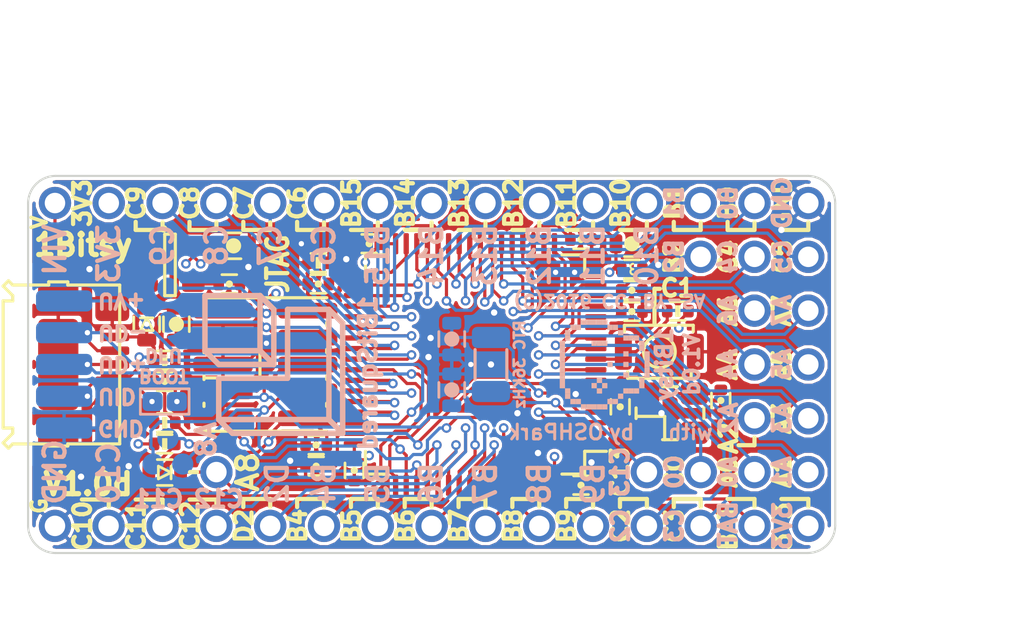
<source format=kicad_pcb>
(kicad_pcb (version 20160815) (host pcbnew "(2016-08-26 BZR 7097, Git 67230ac)-product")
  (title_block (title 1BitSy) (rev V1.0d) (company 1BitSquared) (comment 1 "(C) 2016 Piotr Esden-Tempski <piotr@esden.net>") (comment 2 "(C) 2016 1BitSquared LLC <info@1bitsquared.com>") (comment 3 "License: CC-BY-SA V4.0"))
  (layers (0 F.Cu signal) (1 In1.Cu signal) (2 In2.Cu signal) (31 B.Cu signal) (34 B.Paste user) (35 F.Paste user) (36 B.SilkS user) (37 F.SilkS user) (38 B.Mask user) (39 F.Mask user) (44 Edge.Cuts user))
  (net 0 "")
  (net 1 /VIN)
  (net 2 GND)
  (net 3 "Net-(C2-Pad1)")
  (net 4 "Net-(C3-Pad1)")
  (net 5 +3V3)
  (net 6 /OSC32_IN)
  (net 7 /OSC32_OUT)
  (net 8 /OSC_IN)
  (net 9 /OSC_OUT)
  (net 10 /USB_VBUS)
  (net 11 /BOOT0)
  (net 12 "Net-(C16-Pad1)")
  (net 13 "Net-(C17-Pad1)")
  (net 14 /JTAG_RST)
  (net 15 "Net-(LED1-PadA)")
  (net 16 /PA0)
  (net 17 /PA1)
  (net 18 /PA2)
  (net 19 /PA3)
  (net 20 /PA4)
  (net 21 /PA5)
  (net 22 /PA6)
  (net 23 /PA7)
  (net 24 /PA8)
  (net 25 /PC0)
  (net 26 /PC2)
  (net 27 /PC3)
  (net 28 /PC4)
  (net 29 /PC5)
  (net 30 /PC6)
  (net 31 /PC7)
  (net 32 /PC8)
  (net 33 /PC9)
  (net 34 /PC10)
  (net 35 /PC11)
  (net 36 /PC12)
  (net 37 /PC13)
  (net 38 /USB_D-)
  (net 39 /USB_D+)
  (net 40 /USB_ID)
  (net 41 /PB0)
  (net 42 /PB1)
  (net 43 /PB4)
  (net 44 /PB5)
  (net 45 /PB6)
  (net 46 /PB7)
  (net 47 /PB8)
  (net 48 /PB9)
  (net 49 /PB10)
  (net 50 /PB11)
  (net 51 /PB12)
  (net 52 /PB13)
  (net 53 /PB14)
  (net 54 /PB15)
  (net 55 /JTAG_TMS)
  (net 56 /JTAG_TCK)
  (net 57 /JTAG_TDI)
  (net 58 /JTAG_TDO)
  (net 59 "Net-(C15-Pad1)")
  (net 60 /PB2)
  (net 61 /BUTTON)
  (net 62 /VBAT)
  (net 63 /PD2)
  (module pkl_misc:via0305 (layer F.Cu) (at 115.35 40.75)
    (fp_text reference REF** hide)
    (fp_text value via0305 hide)
    (pad 1 thru_hole circle (at 0 0) (size 0.5 0.5) (drill 0.3) (layers *.Cu) (net 2 GND))
  )
  (module pkl_misc:via0305 (layer F.Cu) (at 130.08 41.02)
    (fp_text reference REF** hide)
    (fp_text value via0305 hide)
    (pad 1 thru_hole circle (at 0 0) (size 0.5 0.5) (drill 0.3) (layers *.Cu) (net 2 GND))
  )
  (module pkl_misc:via0305 (layer F.Cu) (at 112.6998 50.2666)
    (fp_text reference REF** hide)
    (fp_text value via0305 hide)
    (pad 1 thru_hole circle (at 0 0) (size 0.5 0.5) (drill 0.3) (layers *.Cu) (net 2 GND))
  )
  (module pkl_jumpers:J_0603 (layer B.Cu) (at 106.78 47.47)
    (fp_text reference J1 hide)
    (fp_text value BOOT hide)
    (pad 1 smd roundrect (at -0.575 0) (size 0.95 0.9) (layers B.Cu B.Paste B.Mask) (net 10 /USB_VBUS))
    (pad 2 smd roundrect (at 0.575 0) (size 0.95 0.9) (layers B.Cu B.Paste B.Mask) (net 59 "Net-(C15-Pad1)"))
  )
  (module pkl_misc:via0305 (layer F.Cu) (at 103.23 41.22)
    (fp_text reference REF** hide)
    (fp_text value via0305 hide)
    (pad 1 thru_hole circle (at 0 0) (size 0.5 0.5) (drill 0.3) (layers *.Cu) (net 2 GND))
  )
  (module pkl_misc:via0305 (layer F.Cu) (at 105.0798 50.5206)
    (fp_text reference REF** hide)
    (fp_text value via0305 hide)
    (pad 1 thru_hole circle (at 0 0) (size 0.5 0.5) (drill 0.3) (layers *.Cu) (net 2 GND))
  )
  (module pkl_dipol:C_0603 (layer F.Cu) (at 107.33 43.82 270)
    (fp_text reference C1)
    (fp_text value 4u7)
    (pad 1 smd roundrect (at -0.75 0 270) (size 0.6 0.9) (layers F.Cu F.Paste F.Mask) (net 1 /VIN))
    (pad 2 smd roundrect (at 0.75 0 270) (size 0.6 0.9) (layers F.Cu F.Paste F.Mask) (net 2 GND))
  )
  (module pkl_dipol:C_0402 (layer F.Cu) (at 128.83 42.22)
    (fp_text reference C2)
    (fp_text value 1u)
    (pad 1 smd roundrect (at -0.5 0) (size 0.5 0.6) (layers F.Cu F.Paste F.Mask) (net 3 "Net-(C2-Pad1)"))
    (pad 2 smd roundrect (at 0.5 0) (size 0.5 0.6) (layers F.Cu F.Paste F.Mask) (net 2 GND))
  )
  (module pkl_dipol:C_0402 (layer F.Cu) (at 109.83 41.92)
    (fp_text reference C3)
    (fp_text value 470p)
    (pad 1 smd roundrect (at -0.5 0) (size 0.5 0.6) (layers F.Cu F.Paste F.Mask) (net 4 "Net-(C3-Pad1)"))
    (pad 2 smd roundrect (at 0.5 0) (size 0.5 0.6) (layers F.Cu F.Paste F.Mask) (net 2 GND))
  )
  (module pkl_dipol:C_0402 (layer F.Cu) (at 128.829999 43.22)
    (fp_text reference C4)
    (fp_text value 100n)
    (pad 1 smd roundrect (at -0.5 0) (size 0.5 0.6) (layers F.Cu F.Paste F.Mask) (net 3 "Net-(C2-Pad1)"))
    (pad 2 smd roundrect (at 0.5 0) (size 0.5 0.6) (layers F.Cu F.Paste F.Mask) (net 2 GND))
  )
  (module pkl_dipol:C_0603 (layer F.Cu) (at 128.83 40.02)
    (fp_text reference C5)
    (fp_text value 4u7)
    (pad 1 smd roundrect (at -0.75 0) (size 0.6 0.9) (layers F.Cu F.Paste F.Mask) (net 5 +3V3))
    (pad 2 smd roundrect (at 0.75 0) (size 0.6 0.9) (layers F.Cu F.Paste F.Mask) (net 2 GND))
  )
  (module pkl_dipol:C_0402 (layer F.Cu) (at 128.28 47.72 270)
    (fp_text reference C8)
    (fp_text value 10p)
    (pad 1 smd roundrect (at -0.5 0 270) (size 0.5 0.6) (layers F.Cu F.Paste F.Mask) (net 2 GND))
    (pad 2 smd roundrect (at 0.5 0 270) (size 0.5 0.6) (layers F.Cu F.Paste F.Mask) (net 8 /OSC_IN))
  )
  (module pkl_dipol:C_0402 (layer F.Cu) (at 133.03 47.42 90)
    (fp_text reference C9)
    (fp_text value 10p)
    (pad 1 smd roundrect (at -0.5 0 90) (size 0.5 0.6) (layers F.Cu F.Paste F.Mask) (net 2 GND))
    (pad 2 smd roundrect (at 0.5 0 90) (size 0.5 0.6) (layers F.Cu F.Paste F.Mask) (net 9 /OSC_OUT))
  )
  (module pkl_dipol:C_0402 (layer F.Cu) (at 126.43 39.82)
    (fp_text reference C10)
    (fp_text value 100n)
    (pad 1 smd roundrect (at -0.5 0) (size 0.5 0.6) (layers F.Cu F.Paste F.Mask) (net 5 +3V3))
    (pad 2 smd roundrect (at 0.5 0) (size 0.5 0.6) (layers F.Cu F.Paste F.Mask) (net 2 GND))
  )
  (module pkl_dipol:C_0402 (layer F.Cu) (at 116.43 40.02 180)
    (fp_text reference C11)
    (fp_text value 100n)
    (pad 1 smd roundrect (at -0.5 0 180) (size 0.5 0.6) (layers F.Cu F.Paste F.Mask) (net 5 +3V3))
    (pad 2 smd roundrect (at 0.5 0 180) (size 0.5 0.6) (layers F.Cu F.Paste F.Mask) (net 2 GND))
  )
  (module pkl_dipol:C_0402 (layer F.Cu) (at 115.73 50.72 270)
    (fp_text reference C12)
    (fp_text value 100n)
    (pad 1 smd roundrect (at -0.5 0 270) (size 0.5 0.6) (layers F.Cu F.Paste F.Mask) (net 5 +3V3))
    (pad 2 smd roundrect (at 0.5 0 270) (size 0.5 0.6) (layers F.Cu F.Paste F.Mask) (net 2 GND))
  )
  (module pkl_dipol:C_0603 (layer F.Cu) (at 110.03 40.12)
    (fp_text reference C13)
    (fp_text value 4u7)
    (pad 1 smd roundrect (at -0.75 0) (size 0.6 0.9) (layers F.Cu F.Paste F.Mask) (net 5 +3V3))
    (pad 2 smd roundrect (at 0.75 0) (size 0.6 0.9) (layers F.Cu F.Paste F.Mask) (net 2 GND))
  )
  (module pkl_dipol:C_0402 (layer F.Cu) (at 126.43 51.42)
    (fp_text reference C14)
    (fp_text value 100n)
    (pad 1 smd roundrect (at -0.5 0) (size 0.5 0.6) (layers F.Cu F.Paste F.Mask) (net 5 +3V3))
    (pad 2 smd roundrect (at 0.5 0) (size 0.5 0.6) (layers F.Cu F.Paste F.Mask) (net 2 GND))
  )
  (module pkl_dipol:C_0402 (layer F.Cu) (at 106.78 46.52 180)
    (fp_text reference C15)
    (fp_text value 1u)
    (pad 1 smd roundrect (at -0.5 0 180) (size 0.5 0.6) (layers F.Cu F.Paste F.Mask) (net 59 "Net-(C15-Pad1)"))
    (pad 2 smd roundrect (at 0.5 0 180) (size 0.5 0.6) (layers F.Cu F.Paste F.Mask) (net 11 /BOOT0))
  )
  (module pkl_dipol:C_0402 (layer F.Cu) (at 113.93 50.52 180)
    (fp_text reference C16)
    (fp_text value 2u2)
    (pad 1 smd roundrect (at -0.5 0 180) (size 0.5 0.6) (layers F.Cu F.Paste F.Mask) (net 12 "Net-(C16-Pad1)"))
    (pad 2 smd roundrect (at 0.5 0 180) (size 0.5 0.6) (layers F.Cu F.Paste F.Mask) (net 2 GND))
  )
  (module pkl_dipol:C_0402 (layer F.Cu) (at 114.03 41.92 180)
    (fp_text reference C17)
    (fp_text value 2u2)
    (pad 1 smd roundrect (at -0.5 0 180) (size 0.5 0.6) (layers F.Cu F.Paste F.Mask) (net 13 "Net-(C17-Pad1)"))
    (pad 2 smd roundrect (at 0.5 0 180) (size 0.5 0.6) (layers F.Cu F.Paste F.Mask) (net 2 GND))
  )
  (module pkl_dipol:C_0402 (layer F.Cu) (at 113.93 49.52 180)
    (fp_text reference C18)
    (fp_text value 100n)
    (pad 1 smd roundrect (at -0.5 0 180) (size 0.5 0.6) (layers F.Cu F.Paste F.Mask) (net 14 /JTAG_RST))
    (pad 2 smd roundrect (at 0.5 0 180) (size 0.5 0.6) (layers F.Cu F.Paste F.Mask) (net 2 GND))
  )
  (module pkl_dipol:D_0603 (layer F.Cu) (at 105.93 43.82 270)
    (fp_text reference D1)
    (fp_text value >100mA)
    (pad A smd roundrect (at 0.75 0 90) (size 0.6 0.9) (layers F.Cu F.Paste F.Mask) (net 10 /USB_VBUS))
    (pad C smd roundrect (at -0.75 0 90) (size 0.6 0.9) (layers F.Cu F.Paste F.Mask) (net 1 /VIN))
  )
  (module pkl_dipol:L_0402 (layer F.Cu) (at 128.83 41.22)
    (fp_text reference L1)
    (fp_text value Ferr)
    (pad 1 smd roundrect (at -0.5 0) (size 0.5 0.6) (layers F.Cu F.Paste F.Mask) (net 5 +3V3))
    (pad 2 smd roundrect (at 0.5 0) (size 0.5 0.6) (layers F.Cu F.Paste F.Mask) (net 3 "Net-(C2-Pad1)"))
  )
  (module pkl_dipol:D_0603 (layer F.Cu) (at 106.78 50.82 180)
    (fp_text reference LED1)
    (fp_text value ORA)
    (pad A smd roundrect (at 0.75 0) (size 0.6 0.9) (layers F.Cu F.Paste F.Mask) (net 15 "Net-(LED1-PadA)"))
    (pad C smd roundrect (at -0.75 0) (size 0.6 0.9) (layers F.Cu F.Paste F.Mask) (net 24 /PA8))
  )
  (module pkl_pin_headers:Pin_Header_Straight_Round_1x01 (layer F.Cu) (at 134.62 50.8 180)
    (fp_text reference P1 hide)
    (fp_text value CONN_01X01 hide)
    (pad 1 thru_hole circle (at 0 0 180) (size 1.524 1.524) (drill 0.9652) (layers *.Cu *.Mask) (net 16 /PA0))
  )
  (module pkl_pin_headers:Pin_Header_Straight_Round_1x01 (layer F.Cu) (at 137.16 50.8 180)
    (fp_text reference P2 hide)
    (fp_text value CONN_01X01 hide)
    (pad 1 thru_hole circle (at 0 0 180) (size 1.524 1.524) (drill 0.9652) (layers *.Cu *.Mask) (net 17 /PA1))
  )
  (module pkl_pin_headers:Pin_Header_Straight_Round_1x01 (layer F.Cu) (at 134.62 48.26 180)
    (fp_text reference P3 hide)
    (fp_text value CONN_01X01 hide)
    (pad 1 thru_hole circle (at 0 0 180) (size 1.524 1.524) (drill 0.9652) (layers *.Cu *.Mask) (net 18 /PA2))
  )
  (module pkl_pin_headers:Pin_Header_Straight_Round_1x01 (layer F.Cu) (at 137.16 48.26 180)
    (fp_text reference P4 hide)
    (fp_text value CONN_01X01 hide)
    (pad 1 thru_hole circle (at 0 0 180) (size 1.524 1.524) (drill 0.9652) (layers *.Cu *.Mask) (net 19 /PA3))
  )
  (module pkl_pin_headers:Pin_Header_Straight_Round_1x01 (layer F.Cu) (at 134.62 45.72 180)
    (fp_text reference P5 hide)
    (fp_text value CONN_01X01 hide)
    (pad 1 thru_hole circle (at 0 0 180) (size 1.524 1.524) (drill 0.9652) (layers *.Cu *.Mask) (net 20 /PA4))
  )
  (module pkl_pin_headers:Pin_Header_Straight_Round_1x01 (layer F.Cu) (at 137.16 45.72)
    (fp_text reference P6 hide)
    (fp_text value CONN_01X01 hide)
    (pad 1 thru_hole circle (at 0 0) (size 1.524 1.524) (drill 0.9652) (layers *.Cu *.Mask) (net 21 /PA5))
  )
  (module pkl_pin_headers:Pin_Header_Straight_Round_1x01 (layer F.Cu) (at 134.62 43.18 180)
    (fp_text reference P7 hide)
    (fp_text value CONN_01X01 hide)
    (pad 1 thru_hole circle (at 0 0 180) (size 1.524 1.524) (drill 0.9652) (layers *.Cu *.Mask) (net 22 /PA6))
  )
  (module pkl_pin_headers:Pin_Header_Straight_Round_1x01 (layer F.Cu) (at 137.16 43.18 180)
    (fp_text reference P8 hide)
    (fp_text value CONN_01X01 hide)
    (pad 1 thru_hole circle (at 0 0 180) (size 1.524 1.524) (drill 0.9652) (layers *.Cu *.Mask) (net 23 /PA7))
  )
  (module pkl_pin_headers:Pin_Header_Straight_Round_1x01 (layer F.Cu) (at 109.22 50.8)
    (fp_text reference P9 hide)
    (fp_text value CONN_01X01 hide)
    (pad 1 thru_hole circle (at 0 0) (size 1.524 1.524) (drill 0.9652) (layers *.Cu *.Mask) (net 24 /PA8))
  )
  (module pkl_pin_headers:Pin_Header_Straight_Round_1x01 (layer F.Cu) (at 132.08 50.8)
    (fp_text reference P10 hide)
    (fp_text value CONN_01X01 hide)
    (pad 1 thru_hole circle (at 0 0) (size 1.524 1.524) (drill 0.9652) (layers *.Cu *.Mask) (net 25 /PC0))
  )
  (module pkl_pin_headers:Pin_Header_Straight_Round_1x01 (layer F.Cu) (at 111.76 53.34)
    (fp_text reference P11 hide)
    (fp_text value CONN_01X01 hide)
    (pad 1 thru_hole circle (at 0 0) (size 1.524 1.524) (drill 0.9652) (layers *.Cu *.Mask) (net 63 /PD2))
  )
  (module pkl_pin_headers:Pin_Header_Straight_Round_1x01 (layer F.Cu) (at 129.54 53.34)
    (fp_text reference P12 hide)
    (fp_text value CONN_01X01 hide)
    (pad 1 thru_hole circle (at 0 0) (size 1.524 1.524) (drill 0.9652) (layers *.Cu *.Mask) (net 26 /PC2))
  )
  (module pkl_pin_headers:Pin_Header_Straight_Round_1x01 (layer F.Cu) (at 132.08 53.34 180)
    (fp_text reference P13 hide)
    (fp_text value CONN_01X01 hide)
    (pad 1 thru_hole circle (at 0 0 180) (size 1.524 1.524) (drill 0.9652) (layers *.Cu *.Mask) (net 27 /PC3))
  )
  (module pkl_pin_headers:Pin_Header_Straight_Round_1x01 (layer F.Cu) (at 134.62 40.64)
    (fp_text reference P14 hide)
    (fp_text value CONN_01X01 hide)
    (pad 1 thru_hole circle (at 0 0) (size 1.524 1.524) (drill 0.9652) (layers *.Cu *.Mask) (net 28 /PC4))
  )
  (module pkl_pin_headers:Pin_Header_Straight_Round_1x01 (layer F.Cu) (at 137.16 40.64 180)
    (fp_text reference P15 hide)
    (fp_text value CONN_01X01 hide)
    (pad 1 thru_hole circle (at 0 0 180) (size 1.524 1.524) (drill 0.9652) (layers *.Cu *.Mask) (net 29 /PC5))
  )
  (module pkl_pin_headers:Pin_Header_Straight_Round_1x01 (layer F.Cu) (at 114.3 38.1)
    (fp_text reference P16 hide)
    (fp_text value CONN_01X01 hide)
    (pad 1 thru_hole circle (at 0 0) (size 1.524 1.524) (drill 0.9652) (layers *.Cu *.Mask) (net 30 /PC6))
  )
  (module pkl_pin_headers:Pin_Header_Straight_Round_1x01 (layer F.Cu) (at 111.76 38.1)
    (fp_text reference P17 hide)
    (fp_text value CONN_01X01 hide)
    (pad 1 thru_hole circle (at 0 0) (size 1.524 1.524) (drill 0.9652) (layers *.Cu *.Mask) (net 31 /PC7))
  )
  (module pkl_pin_headers:Pin_Header_Straight_Round_1x01 (layer F.Cu) (at 109.22 38.1)
    (fp_text reference P18 hide)
    (fp_text value CONN_01X01 hide)
    (pad 1 thru_hole circle (at 0 0) (size 1.524 1.524) (drill 0.9652) (layers *.Cu *.Mask) (net 32 /PC8))
  )
  (module pkl_pin_headers:Pin_Header_Straight_Round_1x01 (layer F.Cu) (at 106.68 38.1)
    (fp_text reference P19 hide)
    (fp_text value CONN_01X01 hide)
    (pad 1 thru_hole circle (at 0 0) (size 1.524 1.524) (drill 0.9652) (layers *.Cu *.Mask) (net 33 /PC9))
  )
  (module pkl_pin_headers:Pin_Header_Straight_Round_1x01 (layer F.Cu) (at 104.13 53.34)
    (fp_text reference P20 hide)
    (fp_text value CONN_01X01 hide)
    (pad 1 thru_hole circle (at 0 0) (size 1.524 1.524) (drill 0.9652) (layers *.Cu *.Mask) (net 34 /PC10))
  )
  (module pkl_pin_headers:Pin_Header_Straight_Round_1x01 (layer F.Cu) (at 106.68 53.34 180)
    (fp_text reference P21 hide)
    (fp_text value CONN_01X01 hide)
    (pad 1 thru_hole circle (at 0 0 180) (size 1.524 1.524) (drill 0.9652) (layers *.Cu *.Mask) (net 35 /PC11))
  )
  (module pkl_pin_headers:Pin_Header_Straight_Round_1x01 (layer F.Cu) (at 109.22 53.34)
    (fp_text reference P22 hide)
    (fp_text value CONN_01X01 hide)
    (pad 1 thru_hole circle (at 0 0) (size 1.524 1.524) (drill 0.9652) (layers *.Cu *.Mask) (net 36 /PC12))
  )
  (module pkl_pin_headers:Pin_Header_Straight_Round_1x01 (layer F.Cu) (at 129.54 50.8)
    (fp_text reference P23 hide)
    (fp_text value CONN_01X01 hide)
    (pad 1 thru_hole circle (at 0 0) (size 1.524 1.524) (drill 0.9652) (layers *.Cu *.Mask) (net 37 /PC13))
  )
  (module pkl_connectors:Connector_USB_Micro_B_SMD (layer F.Cu) (at 101.755 45.72 180)
    (fp_text reference P24)
    (fp_text value USB_OTG)
    (pad GND smd roundrect (at 0 1.2 270) (size 1.9 1.9) (layers F.Cu F.Paste F.Mask) (roundrect_rratio 0.132) (net 2 GND))
    (pad GND smd roundrect (at 0 -1.2 270) (size 1.9 1.9) (layers F.Cu F.Paste F.Mask) (roundrect_rratio 0.132) (net 2 GND))
    (pad GND smd roundrect (at 0 -3.8 270) (size 1.8 1.9) (layers F.Cu F.Paste F.Mask) (roundrect_rratio 0.138889) (net 2 GND))
    (pad GND smd roundrect (at 0 3.8 270) (size 1.8 1.9) (layers F.Cu F.Paste F.Mask) (roundrect_rratio 0.139) (net 2 GND))
    (pad GND smd roundrect (at -2.55 -3.1 270) (size 2.1 1.6) (layers F.Cu F.Paste F.Mask) (roundrect_rratio 0.156) (net 2 GND))
    (pad GND smd roundrect (at -2.55 3.1 270) (size 2.1 1.6) (layers F.Cu F.Paste F.Mask) (roundrect_rratio 0.156) (net 2 GND))
    (pad 1 smd roundrect (at -2.675 1.3 270) (size 0.4 1.35) (layers F.Cu F.Paste F.Mask) (net 10 /USB_VBUS))
    (pad 2 smd roundrect (at -2.675 0.65 270) (size 0.4 1.35) (layers F.Cu F.Paste F.Mask) (net 38 /USB_D-))
    (pad 3 smd roundrect (at -2.675 0 270) (size 0.4 1.35) (layers F.Cu F.Paste F.Mask) (net 39 /USB_D+))
    (pad 4 smd roundrect (at -2.675 -0.65 270) (size 0.4 1.35) (layers F.Cu F.Paste F.Mask) (net 40 /USB_ID))
    (pad 5 smd roundrect (at -2.675 -1.3 270) (size 0.4 1.35) (layers F.Cu F.Paste F.Mask) (net 2 GND))
  )
  (module pkl_pin_headers:Pin_Header_Straight_Round_1x01 (layer F.Cu) (at 134.62 38.1)
    (fp_text reference P25 hide)
    (fp_text value CONN_01X01 hide)
    (pad 1 thru_hole circle (at 0 0) (size 1.524 1.524) (drill 0.9652) (layers *.Cu *.Mask) (net 41 /PB0))
  )
  (module pkl_pin_headers:Pin_Header_Straight_Round_1x01 (layer F.Cu) (at 132.08 38.1)
    (fp_text reference P26 hide)
    (fp_text value CONN_01X01 hide)
    (pad 1 thru_hole circle (at 0 0) (size 1.524 1.524) (drill 0.9652) (layers *.Cu *.Mask) (net 42 /PB1))
  )
  (module pkl_pin_headers:Pin_Header_Straight_Round_1x01 (layer F.Cu) (at 132.08 40.64)
    (fp_text reference P27 hide)
    (fp_text value CONN_01X01 hide)
    (pad 1 thru_hole circle (at 0 0) (size 1.524 1.524) (drill 0.9652) (layers *.Cu *.Mask) (net 60 /PB2))
  )
  (module pkl_pin_headers:Pin_Header_Straight_Round_1x01 (layer F.Cu) (at 114.3 53.34)
    (fp_text reference P28 hide)
    (fp_text value CONN_01X01 hide)
    (pad 1 thru_hole circle (at 0 0) (size 1.524 1.524) (drill 0.9652) (layers *.Cu *.Mask) (net 43 /PB4))
  )
  (module pkl_pin_headers:Pin_Header_Straight_Round_1x01 (layer F.Cu) (at 116.84 53.34 180)
    (fp_text reference P29 hide)
    (fp_text value CONN_01X01 hide)
    (pad 1 thru_hole circle (at 0 0 180) (size 1.524 1.524) (drill 0.9652) (layers *.Cu *.Mask) (net 44 /PB5))
  )
  (module pkl_pin_headers:Pin_Header_Straight_Round_1x01 (layer F.Cu) (at 119.38 53.34 180)
    (fp_text reference P30 hide)
    (fp_text value CONN_01X01 hide)
    (pad 1 thru_hole circle (at 0 0 180) (size 1.524 1.524) (drill 0.9652) (layers *.Cu *.Mask) (net 45 /PB6))
  )
  (module pkl_pin_headers:Pin_Header_Straight_Round_1x01 (layer F.Cu) (at 121.92 53.34 180)
    (fp_text reference P31 hide)
    (fp_text value CONN_01X01 hide)
    (pad 1 thru_hole circle (at 0 0 180) (size 1.524 1.524) (drill 0.9652) (layers *.Cu *.Mask) (net 46 /PB7))
  )
  (module pkl_pin_headers:Pin_Header_Straight_Round_1x01 (layer F.Cu) (at 124.46 53.34 180)
    (fp_text reference P32 hide)
    (fp_text value CONN_01X01 hide)
    (pad 1 thru_hole circle (at 0 0 180) (size 1.524 1.524) (drill 0.9652) (layers *.Cu *.Mask) (net 47 /PB8))
  )
  (module pkl_pin_headers:Pin_Header_Straight_Round_1x01 (layer F.Cu) (at 127 53.34)
    (fp_text reference P33 hide)
    (fp_text value CONN_01X01 hide)
    (pad 1 thru_hole circle (at 0 0) (size 1.524 1.524) (drill 0.9652) (layers *.Cu *.Mask) (net 48 /PB9))
  )
  (module pkl_pin_headers:Pin_Header_Straight_Round_1x01 (layer F.Cu) (at 129.54 38.1 180)
    (fp_text reference P34 hide)
    (fp_text value CONN_01X01 hide)
    (pad 1 thru_hole circle (at 0 0 180) (size 1.524 1.524) (drill 0.9652) (layers *.Cu *.Mask) (net 49 /PB10))
  )
  (module pkl_pin_headers:Pin_Header_Straight_Round_1x01 (layer F.Cu) (at 127 38.1)
    (fp_text reference P35 hide)
    (fp_text value CONN_01X01 hide)
    (pad 1 thru_hole circle (at 0 0) (size 1.524 1.524) (drill 0.9652) (layers *.Cu *.Mask) (net 50 /PB11))
  )
  (module pkl_pin_headers:Pin_Header_Straight_Round_1x01 (layer F.Cu) (at 124.46 38.1)
    (fp_text reference P36 hide)
    (fp_text value CONN_01X01 hide)
    (pad 1 thru_hole circle (at 0 0) (size 1.524 1.524) (drill 0.9652) (layers *.Cu *.Mask) (net 51 /PB12))
  )
  (module pkl_pin_headers:Pin_Header_Straight_Round_1x01 (layer F.Cu) (at 121.92 38.1)
    (fp_text reference P37 hide)
    (fp_text value CONN_01X01 hide)
    (pad 1 thru_hole circle (at 0 0) (size 1.524 1.524) (drill 0.9652) (layers *.Cu *.Mask) (net 52 /PB13))
  )
  (module pkl_pin_headers:Pin_Header_Straight_Round_1x01 (layer F.Cu) (at 119.38 38.1)
    (fp_text reference P38 hide)
    (fp_text value CONN_01X01 hide)
    (pad 1 thru_hole circle (at 0 0) (size 1.524 1.524) (drill 0.9652) (layers *.Cu *.Mask) (net 53 /PB14))
  )
  (module pkl_pin_headers:Pin_Header_Straight_Round_1x01 (layer F.Cu) (at 116.84 38.1 180)
    (fp_text reference P39 hide)
    (fp_text value CONN_01X01 hide)
    (pad 1 thru_hole circle (at 0 0 180) (size 1.524 1.524) (drill 0.9652) (layers *.Cu *.Mask) (net 54 /PB15))
  )
  (module pkl_dipol:R_0402 (layer F.Cu) (at 106.78 45.52)
    (fp_text reference R1)
    (fp_text value 10k)
    (pad 1 smd roundrect (at -0.5 0) (size 0.5 0.6) (layers F.Cu F.Paste F.Mask) (net 10 /USB_VBUS))
    (pad 2 smd roundrect (at 0.5 0) (size 0.5 0.6) (layers F.Cu F.Paste F.Mask) (net 2 GND))
  )
  (module pkl_dipol:R_0402 (layer F.Cu) (at 114.03 40.92 180)
    (fp_text reference R2)
    (fp_text value 10k)
    (pad 1 smd roundrect (at -0.5 0 180) (size 0.5 0.6) (layers F.Cu F.Paste F.Mask) (net 60 /PB2))
    (pad 2 smd roundrect (at 0.5 0 180) (size 0.5 0.6) (layers F.Cu F.Paste F.Mask) (net 2 GND))
  )
  (module pkl_dipol:R_0402 (layer F.Cu) (at 106.78 48.47 180)
    (fp_text reference R3)
    (fp_text value 10k)
    (pad 1 smd roundrect (at -0.5 0 180) (size 0.5 0.6) (layers F.Cu F.Paste F.Mask) (net 11 /BOOT0))
    (pad 2 smd roundrect (at 0.5 0 180) (size 0.5 0.6) (layers F.Cu F.Paste F.Mask) (net 2 GND))
  )
  (module pkl_dipol:R_0402 (layer F.Cu) (at 106.78 49.47)
    (fp_text reference R4)
    (fp_text value 300)
    (pad 1 smd roundrect (at -0.5 0) (size 0.5 0.6) (layers F.Cu F.Paste F.Mask) (net 5 +3V3))
    (pad 2 smd roundrect (at 0.5 0) (size 0.5 0.6) (layers F.Cu F.Paste F.Mask) (net 15 "Net-(LED1-PadA)"))
  )
  (module pkl_dipol:R_0402 (layer F.Cu) (at 131 43.2 180)
    (fp_text reference R5)
    (fp_text value 10k)
    (pad 1 smd roundrect (at -0.5 0 180) (size 0.5 0.6) (layers F.Cu F.Paste F.Mask) (net 5 +3V3))
    (pad 2 smd roundrect (at 0.5 0 180) (size 0.5 0.6) (layers F.Cu F.Paste F.Mask) (net 61 /BUTTON))
  )
  (module pkl_housings_sot:SOT-23-5 (layer F.Cu) (at 107.03 41.02 180)
    (fp_text reference U1)
    (fp_text value VREG_3V3)
    (pad 1 smd roundrect (at 1.1 0.95) (size 1.06 0.65) (layers F.Cu F.Paste F.Mask) (net 1 /VIN))
    (pad 2 smd roundrect (at 1.1 0) (size 1.06 0.65) (layers F.Cu F.Paste F.Mask) (net 2 GND))
    (pad 3 smd roundrect (at 1.1 -0.95) (size 1.06 0.65) (layers F.Cu F.Paste F.Mask) (net 1 /VIN))
    (pad 4 smd roundrect (at -1.1 -0.95) (size 1.06 0.65) (layers F.Cu F.Paste F.Mask) (net 4 "Net-(C3-Pad1)"))
    (pad 5 smd roundrect (at -1.1 0.95) (size 1.06 0.65) (layers F.Cu F.Paste F.Mask) (net 5 +3V3))
  )
  (module pkl_housings_qfp:LQFP-64_10x10mm_Pitch0.5mm (layer F.Cu) (at 121.43 45.72 180)
    (fp_text reference U2)
    (fp_text value STM32F415RGT)
    (pad 1 smd roundrect (at -5.7 -3.75 180) (size 1 0.25) (layers F.Cu F.Paste F.Mask) (net 62 /VBAT))
    (pad 2 smd roundrect (at -5.7 -3.25 180) (size 1 0.25) (layers F.Cu F.Paste F.Mask) (net 37 /PC13))
    (pad 3 smd roundrect (at -5.7 -2.75 180) (size 1 0.25) (layers F.Cu F.Paste F.Mask) (net 6 /OSC32_IN))
    (pad 4 smd roundrect (at -5.7 -2.25 180) (size 1 0.25) (layers F.Cu F.Paste F.Mask) (net 7 /OSC32_OUT))
    (pad 5 smd roundrect (at -5.7 -1.75 180) (size 1 0.25) (layers F.Cu F.Paste F.Mask) (net 8 /OSC_IN))
    (pad 6 smd roundrect (at -5.7 -1.25 180) (size 1 0.25) (layers F.Cu F.Paste F.Mask) (net 9 /OSC_OUT))
    (pad 7 smd roundrect (at -5.7 -0.75 180) (size 1 0.25) (layers F.Cu F.Paste F.Mask) (net 14 /JTAG_RST))
    (pad 8 smd roundrect (at -5.7 -0.25 180) (size 1 0.25) (layers F.Cu F.Paste F.Mask) (net 25 /PC0))
    (pad 9 smd roundrect (at -5.7 0.25 180) (size 1 0.25) (layers F.Cu F.Paste F.Mask) (net 61 /BUTTON))
    (pad 10 smd roundrect (at -5.7 0.75 180) (size 1 0.25) (layers F.Cu F.Paste F.Mask) (net 26 /PC2))
    (pad 11 smd roundrect (at -5.7 1.25 180) (size 1 0.25) (layers F.Cu F.Paste F.Mask) (net 27 /PC3))
    (pad 12 smd roundrect (at -5.7 1.75 180) (size 1 0.25) (layers F.Cu F.Paste F.Mask) (net 2 GND))
    (pad 13 smd roundrect (at -5.7 2.25 180) (size 1 0.25) (layers F.Cu F.Paste F.Mask) (net 3 "Net-(C2-Pad1)"))
    (pad 14 smd roundrect (at -5.7 2.75 180) (size 1 0.25) (layers F.Cu F.Paste F.Mask) (net 16 /PA0))
    (pad 15 smd roundrect (at -5.7 3.25 180) (size 1 0.25) (layers F.Cu F.Paste F.Mask) (net 17 /PA1))
    (pad 16 smd roundrect (at -5.7 3.75 180) (size 1 0.25) (layers F.Cu F.Paste F.Mask) (net 18 /PA2))
    (pad 17 smd roundrect (at -3.75 5.7 270) (size 1 0.25) (layers F.Cu F.Paste F.Mask) (net 19 /PA3))
    (pad 18 smd roundrect (at -3.25 5.7 270) (size 1 0.25) (layers F.Cu F.Paste F.Mask) (net 2 GND))
    (pad 19 smd roundrect (at -2.75 5.7 270) (size 1 0.25) (layers F.Cu F.Paste F.Mask) (net 5 +3V3))
    (pad 20 smd roundrect (at -2.25 5.7 270) (size 1 0.25) (layers F.Cu F.Paste F.Mask) (net 20 /PA4))
    (pad 21 smd roundrect (at -1.75 5.7 270) (size 1 0.25) (layers F.Cu F.Paste F.Mask) (net 21 /PA5))
    (pad 22 smd roundrect (at -1.25 5.7 270) (size 1 0.25) (layers F.Cu F.Paste F.Mask) (net 22 /PA6))
    (pad 23 smd roundrect (at -0.75 5.7 270) (size 1 0.25) (layers F.Cu F.Paste F.Mask) (net 23 /PA7))
    (pad 24 smd roundrect (at -0.25 5.7 270) (size 1 0.25) (layers F.Cu F.Paste F.Mask) (net 28 /PC4))
    (pad 25 smd roundrect (at 0.25 5.7 270) (size 1 0.25) (layers F.Cu F.Paste F.Mask) (net 29 /PC5))
    (pad 26 smd roundrect (at 0.75 5.7 270) (size 1 0.25) (layers F.Cu F.Paste F.Mask) (net 41 /PB0))
    (pad 27 smd roundrect (at 1.25 5.7 270) (size 1 0.25) (layers F.Cu F.Paste F.Mask) (net 42 /PB1))
    (pad 28 smd roundrect (at 1.75 5.7 270) (size 1 0.25) (layers F.Cu F.Paste F.Mask) (net 60 /PB2))
    (pad 29 smd roundrect (at 2.25 5.7 270) (size 1 0.25) (layers F.Cu F.Paste F.Mask) (net 49 /PB10))
    (pad 30 smd roundrect (at 2.75 5.7 270) (size 1 0.25) (layers F.Cu F.Paste F.Mask) (net 50 /PB11))
    (pad 31 smd roundrect (at 3.25 5.7 270) (size 1 0.25) (layers F.Cu F.Paste F.Mask) (net 13 "Net-(C17-Pad1)"))
    (pad 32 smd roundrect (at 3.75 5.7 270) (size 1 0.25) (layers F.Cu F.Paste F.Mask) (net 5 +3V3))
    (pad 33 smd roundrect (at 5.7 3.75 180) (size 1 0.25) (layers F.Cu F.Paste F.Mask) (net 51 /PB12))
    (pad 34 smd roundrect (at 5.7 3.25 180) (size 1 0.25) (layers F.Cu F.Paste F.Mask) (net 52 /PB13))
    (pad 35 smd roundrect (at 5.7 2.75 180) (size 1 0.25) (layers F.Cu F.Paste F.Mask) (net 53 /PB14))
    (pad 36 smd roundrect (at 5.7 2.25 180) (size 1 0.25) (layers F.Cu F.Paste F.Mask) (net 54 /PB15))
    (pad 37 smd roundrect (at 5.7 1.75 180) (size 1 0.25) (layers F.Cu F.Paste F.Mask) (net 30 /PC6))
    (pad 38 smd roundrect (at 5.7 1.25 180) (size 1 0.25) (layers F.Cu F.Paste F.Mask) (net 31 /PC7))
    (pad 39 smd roundrect (at 5.7 0.75 180) (size 1 0.25) (layers F.Cu F.Paste F.Mask) (net 32 /PC8))
    (pad 40 smd roundrect (at 5.7 0.25 180) (size 1 0.25) (layers F.Cu F.Paste F.Mask) (net 33 /PC9))
    (pad 41 smd roundrect (at 5.7 -0.25 180) (size 1 0.25) (layers F.Cu F.Paste F.Mask) (net 24 /PA8))
    (pad 42 smd roundrect (at 5.7 -0.75 180) (size 1 0.25) (layers F.Cu F.Paste F.Mask) (net 10 /USB_VBUS))
    (pad 43 smd roundrect (at 5.7 -1.25 180) (size 1 0.25) (layers F.Cu F.Paste F.Mask) (net 40 /USB_ID))
    (pad 44 smd roundrect (at 5.7 -1.75 180) (size 1 0.25) (layers F.Cu F.Paste F.Mask) (net 38 /USB_D-))
    (pad 45 smd roundrect (at 5.7 -2.25 180) (size 1 0.25) (layers F.Cu F.Paste F.Mask) (net 39 /USB_D+))
    (pad 46 smd roundrect (at 5.7 -2.75 180) (size 1 0.25) (layers F.Cu F.Paste F.Mask) (net 55 /JTAG_TMS))
    (pad 47 smd roundrect (at 5.7 -3.25 180) (size 1 0.25) (layers F.Cu F.Paste F.Mask) (net 12 "Net-(C16-Pad1)"))
    (pad 48 smd roundrect (at 5.7 -3.75 180) (size 1 0.25) (layers F.Cu F.Paste F.Mask) (net 5 +3V3))
    (pad 49 smd roundrect (at 3.75 -5.7 270) (size 1 0.25) (layers F.Cu F.Paste F.Mask) (net 56 /JTAG_TCK))
    (pad 50 smd roundrect (at 3.25 -5.7 270) (size 1 0.25) (layers F.Cu F.Paste F.Mask) (net 57 /JTAG_TDI))
    (pad 51 smd roundrect (at 2.75 -5.7 270) (size 1 0.25) (layers F.Cu F.Paste F.Mask) (net 34 /PC10))
    (pad 52 smd roundrect (at 2.25 -5.7 270) (size 1 0.25) (layers F.Cu F.Paste F.Mask) (net 35 /PC11))
    (pad 53 smd roundrect (at 1.75 -5.7 270) (size 1 0.25) (layers F.Cu F.Paste F.Mask) (net 36 /PC12))
    (pad 54 smd roundrect (at 1.25 -5.7 270) (size 1 0.25) (layers F.Cu F.Paste F.Mask) (net 63 /PD2))
    (pad 55 smd roundrect (at 0.75 -5.7 270) (size 1 0.25) (layers F.Cu F.Paste F.Mask) (net 58 /JTAG_TDO))
    (pad 56 smd roundrect (at 0.25 -5.7 270) (size 1 0.25) (layers F.Cu F.Paste F.Mask) (net 43 /PB4))
    (pad 57 smd roundrect (at -0.25 -5.7 270) (size 1 0.25) (layers F.Cu F.Paste F.Mask) (net 44 /PB5))
    (pad 58 smd roundrect (at -0.75 -5.7 270) (size 1 0.25) (layers F.Cu F.Paste F.Mask) (net 45 /PB6))
    (pad 59 smd roundrect (at -1.25 -5.7 270) (size 1 0.25) (layers F.Cu F.Paste F.Mask) (net 46 /PB7))
    (pad 60 smd roundrect (at -1.75 -5.7 270) (size 1 0.25) (layers F.Cu F.Paste F.Mask) (net 11 /BOOT0))
    (pad 61 smd roundrect (at -2.25 -5.7 270) (size 1 0.25) (layers F.Cu F.Paste F.Mask) (net 47 /PB8))
    (pad 62 smd roundrect (at -2.75 -5.7 270) (size 1 0.25) (layers F.Cu F.Paste F.Mask) (net 48 /PB9))
    (pad 63 smd roundrect (at -3.25 -5.7 270) (size 1 0.25) (layers F.Cu F.Paste F.Mask) (net 2 GND))
    (pad 64 smd roundrect (at -3.75 -5.7 270) (size 1 0.25) (layers F.Cu F.Paste F.Mask) (net 5 +3V3))
  )
  (module pkl_misc:ABM8 (layer F.Cu) (at 130.63 48.02)
    (fp_text reference X2)
    (fp_text value 25MHz)
    (pad 1 smd roundrect (at -1.15 0.925) (size 1.3 1.05) (layers F.Cu F.Paste F.Mask) (roundrect_rratio 0.239) (net 8 /OSC_IN))
    (pad 2 smd roundrect (at 1.15 -0.925) (size 1.3 1.05) (layers F.Cu F.Paste F.Mask) (roundrect_rratio 0.239) (net 9 /OSC_OUT))
    (pad GND smd roundrect (at -1.15 -0.925) (size 1.3 1.05) (layers F.Cu F.Paste F.Mask) (roundrect_rratio 0.239) (net 2 GND))
    (pad GND smd roundrect (at 1.15 0.925) (size 1.3 1.05) (layers F.Cu F.Paste F.Mask) (roundrect_rratio 0.239) (net 2 GND))
  )
  (module pkl_samtec:FTSH-105-XX-X-DV (layer F.Cu) (at 111.53 45.72 90)
    (fp_text reference X3)
    (fp_text value JTAG-10)
    (pad 1 smd roundrect (at 2.54 -2 270) (size 0.74 2.8) (layers F.Cu F.Paste F.Mask) (net 5 +3V3))
    (pad 2 smd roundrect (at 2.54 2 270) (size 0.74 2.8) (layers F.Cu F.Paste F.Mask) (net 55 /JTAG_TMS))
    (pad 3 smd roundrect (at 1.27 -2 270) (size 0.74 2.8) (layers F.Cu F.Paste F.Mask) (net 2 GND))
    (pad 4 smd roundrect (at 1.27 2 270) (size 0.74 2.8) (layers F.Cu F.Paste F.Mask) (net 56 /JTAG_TCK))
    (pad 5 smd roundrect (at 0 -2 270) (size 0.74 2.8) (layers F.Cu F.Paste F.Mask) (net 2 GND))
    (pad 6 smd roundrect (at 0 2 270) (size 0.74 2.8) (layers F.Cu F.Paste F.Mask) (net 58 /JTAG_TDO))
    (pad 7 smd roundrect (at -1.27 -2 270) (size 0.74 2.8) (layers F.Cu F.Paste F.Mask) (net 2 GND))
    (pad 8 smd roundrect (at -1.27 2 270) (size 0.74 2.8) (layers F.Cu F.Paste F.Mask) (net 57 /JTAG_TDI))
    (pad 9 smd roundrect (at -2.54 -2 270) (size 0.74 2.8) (layers F.Cu F.Paste F.Mask) (net 2 GND))
    (pad 10 smd roundrect (at -2.54 2 270) (size 0.74 2.8) (layers F.Cu F.Paste F.Mask) (net 14 /JTAG_RST))
  )
  (module pkl_pin_headers:Pin_Header_Straight_Round_1x01 (layer F.Cu) (at 101.6 38.1)
    (fp_text reference P40 hide)
    (fp_text value CONN_01X01 hide)
    (pad 1 thru_hole circle (at 0 0) (size 1.524 1.524) (drill 0.9652) (layers *.Cu *.Mask) (net 1 /VIN))
  )
  (module pkl_pin_headers:Pin_Header_Straight_Round_1x01 (layer F.Cu) (at 101.6 53.34)
    (fp_text reference P41 hide)
    (fp_text value CONN_01X01 hide)
    (pad 1 thru_hole circle (at 0 0) (size 1.524 1.524) (drill 0.9652) (layers *.Cu *.Mask) (net 2 GND))
  )
  (module pkl_buttons_switches:Tact_Switch_Top_B3U-1000P (layer F.Cu) (at 130.13 45.12 270)
    (fp_text reference SW1)
    (fp_text value TACT_G)
    (pad 1 smd roundrect (at 0 -1.7 180) (size 0.8 1.7) (layers F.Cu F.Paste F.Mask) (net 2 GND))
    (pad 2 smd roundrect (at 0 1.7 180) (size 0.8 1.7) (layers F.Cu F.Paste F.Mask) (net 61 /BUTTON))
  )
  (module pkl_dipol:C_0603 (layer B.Cu) (at 120.33 46.92 270)
    (fp_text reference C6)
    (fp_text value 10p)
    (pad 1 smd roundrect (at -0.75 0 270) (size 0.6 0.9) (layers B.Cu B.Paste B.Mask) (net 2 GND))
    (pad 2 smd roundrect (at 0.75 0 270) (size 0.6 0.9) (layers B.Cu B.Paste B.Mask) (net 6 /OSC32_IN))
  )
  (module pkl_dipol:C_0603 (layer B.Cu) (at 120.33 44.52 90)
    (fp_text reference C7)
    (fp_text value 10p)
    (pad 1 smd roundrect (at -0.75 0 90) (size 0.6 0.9) (layers B.Cu B.Paste B.Mask) (net 2 GND))
    (pad 2 smd roundrect (at 0.75 0 90) (size 0.6 0.9) (layers B.Cu B.Paste B.Mask) (net 7 /OSC32_OUT))
  )
  (module pkl_pin_headers:Pin_Header_Straight_Round_1x01 (layer F.Cu) (at 104.14 38.1)
    (fp_text reference P42 hide)
    (fp_text value CONN_01X01 hide)
    (pad 1 thru_hole circle (at 0 0) (size 1.524 1.524) (drill 0.9652) (layers *.Cu *.Mask) (net 5 +3V3))
  )
  (module pkl_pin_headers:Pin_Header_Straight_Round_1x01 (layer F.Cu) (at 134.62 53.34)
    (fp_text reference P53 hide)
    (fp_text value CONN_01X01 hide)
    (pad 1 thru_hole circle (at 0 0) (size 1.524 1.524) (drill 0.9652) (layers *.Cu *.Mask) (net 62 /VBAT))
  )
  (module pkl_misc:ABS07 (layer B.Cu) (at 122.18 45.72 270)
    (fp_text reference X1)
    (fp_text value 32.768kHz)
    (pad 1 smd roundrect (at -1.275 0 270) (size 1 1.8) (layers B.Cu B.Paste B.Mask) (net 7 /OSC32_OUT))
    (pad 2 smd roundrect (at 1.275 0 270) (size 1 1.8) (layers B.Cu B.Paste B.Mask) (net 6 /OSC32_IN))
  )
  (module pkl_pads:POGO_PAD_SMD_R_1x1 (layer B.Cu) (at 106.93 42.12)
    (fp_text reference P43 hide)
    (fp_text value TP hide)
    (pad 1 smd oval (at 0 0) (size 1 1) (layers B.Cu B.Mask) (net 55 /JTAG_TMS))
  )
  (module pkl_pads:POGO_PAD_SMD_R_1x1 (layer B.Cu) (at 106.93 43.72)
    (fp_text reference P44 hide)
    (fp_text value TP hide)
    (pad 1 smd oval (at 0 0) (size 1 1) (layers B.Cu B.Mask) (net 56 /JTAG_TCK))
  )
  (module pkl_pads:POGO_PAD_SMD_R_1x1 (layer B.Cu) (at 106.23 50.42)
    (fp_text reference P45 hide)
    (fp_text value TP hide)
    (pad 1 smd oval (at 0 0) (size 1 1) (layers B.Cu B.Mask) (net 58 /JTAG_TDO))
  )
  (module pkl_pads:POGO_PAD_SMD_R_1x1 (layer B.Cu) (at 107.63 50.42)
    (fp_text reference P46 hide)
    (fp_text value TP hide)
    (pad 1 smd oval (at 0 0) (size 1 1) (layers B.Cu B.Mask) (net 57 /JTAG_TDI))
  )
  (module pkl_pads:POGO_PAD_SMD_R_1x1 (layer B.Cu) (at 106.93 49.22)
    (fp_text reference P47 hide)
    (fp_text value TP hide)
    (pad 1 smd oval (at 0 0) (size 1 1) (layers B.Cu B.Mask) (net 14 /JTAG_RST))
  )
  (module pkl_pads:PAD_SMD_1x2.65 (layer B.Cu) (at 102.03 42.72)
    (fp_text reference P48 hide)
    (fp_text value CONN_01X01 hide)
    (pad 1 smd roundrect (at 0 0) (size 2.65 1) (layers B.Cu B.Mask) (net 10 /USB_VBUS))
  )
  (module pkl_pads:PAD_SMD_1x2.65 (layer B.Cu) (at 102.03 44.22)
    (fp_text reference P49 hide)
    (fp_text value CONN_01X01 hide)
    (pad 1 smd roundrect (at 0 0) (size 2.65 1) (layers B.Cu B.Mask) (net 38 /USB_D-))
  )
  (module pkl_pads:PAD_SMD_1x2.65 (layer B.Cu) (at 102.03 45.72)
    (fp_text reference P50 hide)
    (fp_text value CONN_01X01 hide)
    (pad 1 smd roundrect (at 0 0) (size 2.65 1) (layers B.Cu B.Mask) (net 39 /USB_D+))
  )
  (module pkl_pads:PAD_SMD_1x2.65 (layer B.Cu) (at 102.03 47.22)
    (fp_text reference P51 hide)
    (fp_text value CONN_01X01 hide)
    (pad 1 smd roundrect (at 0 0) (size 2.65 1) (layers B.Cu B.Mask) (net 40 /USB_ID))
  )
  (module pkl_pads:PAD_SMD_1x2.65 (layer B.Cu) (at 102.03 48.72)
    (fp_text reference P52 hide)
    (fp_text value CONN_01X01 hide)
    (pad 1 smd roundrect (at 0 0) (size 2.65 1) (layers B.Cu B.Mask) (net 2 GND))
  )
  (module pkl_pin_headers:Pin_Header_Straight_Round_1x01 (layer F.Cu) (at 137.16 53.34)
    (fp_text reference P54 hide)
    (fp_text value CONN_01X01 hide)
    (pad 1 thru_hole circle (at 0 0) (size 1.524 1.524) (drill 0.9652) (layers *.Cu *.Mask) (net 5 +3V3))
  )
  (module pkl_pin_headers:Pin_Header_Straight_Round_1x01 (layer F.Cu) (at 137.16 38.1)
    (fp_text reference P55 hide)
    (fp_text value CONN_01X01 hide)
    (pad 1 thru_hole circle (at 0 0) (size 1.524 1.524) (drill 0.9652) (layers *.Cu *.Mask) (net 2 GND))
  )
  (module pkl_misc:via0305 (layer F.Cu) (at 119.33 44.47)
    (fp_text reference REF** hide)
    (fp_text value via0305 hide)
    (pad 1 thru_hole circle (at 0 0) (size 0.5 0.5) (drill 0.3) (layers *.Cu) (net 2 GND))
  )
  (module pkl_misc:via0305 (layer F.Cu) (at 122.18 45.72)
    (fp_text reference REF** hide)
    (fp_text value via0305 hide)
    (pad 1 thru_hole circle (at 0 0) (size 0.5 0.5) (drill 0.3) (layers *.Cu) (net 2 GND))
  )
  (module pkl_misc:via0305 (layer F.Cu) (at 122.33 43.27)
    (fp_text reference REF** hide)
    (fp_text value via0305 hide)
    (pad 1 thru_hole circle (at 0 0) (size 0.5 0.5) (drill 0.3) (layers *.Cu) (net 2 GND))
  )
  (module pkl_misc:via0305 (layer F.Cu) (at 102.83 51.02)
    (fp_text reference REF** hide)
    (fp_text value via0305 hide)
    (pad 1 thru_hole circle (at 0 0) (size 0.5 0.5) (drill 0.3) (layers *.Cu) (net 2 GND))
  )
  (module pkl_misc:via0305 (layer F.Cu) (at 110.73 41.12)
    (fp_text reference REF** hide)
    (fp_text value via0305 hide)
    (pad 1 thru_hole circle (at 0 0) (size 0.5 0.5) (drill 0.3) (layers *.Cu) (net 2 GND))
  )
  (module pkl_misc:via0305 (layer F.Cu) (at 126.9238 50.3428)
    (fp_text reference REF** hide)
    (fp_text value via0305 hide)
    (pad 1 thru_hole circle (at 0 0) (size 0.5 0.5) (drill 0.3) (layers *.Cu) (net 2 GND))
  )
  (module pkl_misc:via0305 (layer F.Cu) (at 119.23 45.37)
    (fp_text reference REF** hide)
    (fp_text value via0305 hide)
    (pad 1 thru_hole circle (at 0 0) (size 0.5 0.5) (drill 0.3) (layers *.Cu) (net 2 GND))
  )
  (module pkl_misc:via0305 (layer F.Cu) (at 135.89 39.37)
    (fp_text reference REF** hide)
    (fp_text value via0305 hide)
    (pad 1 thru_hole circle (at 0 0) (size 0.5 0.5) (drill 0.3) (layers *.Cu) (net 2 GND))
  )
  (module pkl_misc:via0305 (layer F.Cu) (at 124.4 49.9)
    (fp_text reference REF** hide)
    (fp_text value via0305 hide)
    (pad 1 thru_hole circle (at 0 0) (size 0.5 0.5) (drill 0.3) (layers *.Cu) (net 2 GND))
  )
  (module pkl_misc:via0305 (layer F.Cu) (at 123.43 48.02)
    (fp_text reference REF** hide)
    (fp_text value via0305 hide)
    (pad 1 thru_hole circle (at 0 0) (size 0.5 0.5) (drill 0.3) (layers *.Cu) (net 2 GND))
  )
  (module pkl_misc:via0305 (layer F.Cu) (at 126.18 47.12)
    (fp_text reference REF** hide)
    (fp_text value via0305 hide)
    (pad 1 thru_hole circle (at 0 0) (size 0.5 0.5) (drill 0.3) (layers *.Cu) (net 2 GND))
  )
  (module pkl_misc:via0305 (layer F.Cu) (at 130.23 48.02)
    (fp_text reference REF** hide)
    (fp_text value via0305 hide)
    (pad 1 thru_hole circle (at 0 0) (size 0.5 0.5) (drill 0.3) (layers *.Cu) (net 2 GND))
  )
  (module pkl_logos:1bitsy_silk_025grid (layer B.Cu) (at 127.0508 45.72 270)
    (fp_text reference REF** hide)
    (fp_text value 1bitsy_copper_025grid hide)
  )
  (module pkl_logos:heart_mask_015grid (layer B.Cu) (at 129.6718 48.8696 180)
    (fp_text reference REF** hide)
    (fp_text value heart_mask_010grid hide)
  )
  (module pkl_logos:1b2_Logo_SilkS_6.5mm (layer B.Cu) (at 111.93 45.72 270)
    (fp_text reference REF** hide)
    (fp_text value 1b2_Logo_SilkS_6.5mm hide)
  )
  (gr_text "with   by" (at 127.68 48.9184) (layer B.SilkS) (effects (font (size 0.7 0.7) (thickness 0.14)) (justify right mirror)))
  (gr_line (start 137.16 39.37) (end 137.16 39.0144) (layer F.SilkS) (width 0.2))
  (gr_line (start 135.89 39.37) (end 137.16 39.37) (layer F.SilkS) (width 0.2))
  (gr_line (start 134.62 39.37) (end 134.62 39.0144) (layer F.SilkS) (width 0.2))
  (gr_line (start 133.35 39.37) (end 134.62 39.37) (layer F.SilkS) (width 0.2))
  (gr_line (start 133.35 38.989) (end 133.35 39.37) (layer F.SilkS) (width 0.2))
  (gr_line (start 132.08 39.37) (end 132.08 39.0144) (layer F.SilkS) (width 0.2))
  (gr_line (start 130.81 39.37) (end 132.08 39.37) (layer F.SilkS) (width 0.2))
  (gr_line (start 130.81 38.989) (end 130.81 39.37) (layer F.SilkS) (width 0.2))
  (gr_line (start 129.54 39.37) (end 129.54 39.0144) (layer F.SilkS) (width 0.2))
  (gr_line (start 128.27 39.37) (end 129.54 39.37) (layer F.SilkS) (width 0.2))
  (gr_line (start 127 39.37) (end 127 39.0144) (layer F.SilkS) (width 0.2))
  (gr_line (start 125.73 39.37) (end 127 39.37) (layer F.SilkS) (width 0.2))
  (gr_line (start 124.46 39.37) (end 124.46 39.0144) (layer F.SilkS) (width 0.2))
  (gr_line (start 123.19 39.37) (end 124.46 39.37) (layer F.SilkS) (width 0.2))
  (gr_line (start 121.92 39.37) (end 121.92 39.0144) (layer F.SilkS) (width 0.2))
  (gr_line (start 120.65 39.37) (end 121.92 39.37) (layer F.SilkS) (width 0.2))
  (gr_line (start 119.38 39.37) (end 119.38 39.0144) (layer F.SilkS) (width 0.2))
  (gr_line (start 118.11 39.37) (end 119.38 39.37) (layer F.SilkS) (width 0.2))
  (gr_line (start 116.84 39.37) (end 116.84 39.0144) (layer F.SilkS) (width 0.2))
  (gr_line (start 115.57 39.37) (end 116.84 39.37) (layer F.SilkS) (width 0.2))
  (gr_line (start 114.3 39.37) (end 114.3 39.0144) (layer F.SilkS) (width 0.2))
  (gr_line (start 113.03 39.37) (end 114.3 39.37) (layer F.SilkS) (width 0.2))
  (gr_line (start 113.03 38.989) (end 113.03 39.37) (layer F.SilkS) (width 0.2))
  (gr_line (start 111.76 39.37) (end 111.76 39.0144) (layer F.SilkS) (width 0.2))
  (gr_line (start 110.49 39.37) (end 111.76 39.37) (layer F.SilkS) (width 0.2))
  (gr_line (start 110.49 38.989) (end 110.49 39.37) (layer F.SilkS) (width 0.2))
  (gr_line (start 109.22 39.37) (end 109.22 39.0144) (layer F.SilkS) (width 0.2))
  (gr_line (start 107.95 39.37) (end 109.22 39.37) (layer F.SilkS) (width 0.2))
  (gr_line (start 107.95 38.989) (end 107.95 39.37) (layer F.SilkS) (width 0.2))
  (gr_line (start 106.68 39.37) (end 106.68 39.0144) (layer F.SilkS) (width 0.2))
  (gr_line (start 105.41 39.37) (end 106.68 39.37) (layer F.SilkS) (width 0.2))
  (gr_line (start 105.41 38.989) (end 105.41 39.37) (layer F.SilkS) (width 0.2))
  (gr_line (start 137.16 52.07) (end 137.16 52.4256) (layer F.SilkS) (width 0.2))
  (gr_line (start 135.89 52.07) (end 137.16 52.07) (layer F.SilkS) (width 0.2))
  (gr_line (start 134.62 52.07) (end 134.62 52.4256) (layer F.SilkS) (width 0.2))
  (gr_line (start 133.35 52.07) (end 134.62 52.07) (layer F.SilkS) (width 0.2))
  (gr_line (start 132.08 52.07) (end 132.08 52.4256) (layer F.SilkS) (width 0.2))
  (gr_line (start 130.81 52.07) (end 132.08 52.07) (layer F.SilkS) (width 0.2))
  (gr_line (start 130.81 52.451) (end 130.81 52.07) (layer F.SilkS) (width 0.2))
  (gr_line (start 129.54 52.07) (end 129.54 52.4256) (layer F.SilkS) (width 0.2))
  (gr_line (start 128.27 52.07) (end 129.54 52.07) (layer F.SilkS) (width 0.2))
  (gr_line (start 128.27 52.451) (end 128.27 52.07) (layer F.SilkS) (width 0.2))
  (gr_line (start 127 52.07) (end 127 52.4256) (layer F.SilkS) (width 0.2))
  (gr_line (start 125.73 52.07) (end 127 52.07) (layer F.SilkS) (width 0.2))
  (gr_line (start 125.73 52.451) (end 125.73 52.07) (layer F.SilkS) (width 0.2))
  (gr_line (start 124.46 52.07) (end 124.46 52.4256) (layer F.SilkS) (width 0.2))
  (gr_line (start 123.19 52.07) (end 124.46 52.07) (layer F.SilkS) (width 0.2))
  (gr_line (start 123.19 52.451) (end 123.19 52.07) (layer F.SilkS) (width 0.2))
  (gr_line (start 121.92 52.07) (end 121.92 52.4256) (layer F.SilkS) (width 0.2))
  (gr_line (start 120.65 52.07) (end 121.92 52.07) (layer F.SilkS) (width 0.2))
  (gr_line (start 120.65 52.451) (end 120.65 52.07) (layer F.SilkS) (width 0.2))
  (gr_line (start 118.11 52.07) (end 118.11 52.451) (layer F.SilkS) (width 0.2))
  (gr_line (start 115.57 52.07) (end 115.57 52.451) (layer F.SilkS) (width 0.2))
  (gr_line (start 113.03 52.07) (end 113.03 52.451) (layer F.SilkS) (width 0.2))
  (gr_line (start 110.49 52.451) (end 110.49 52.07) (layer F.SilkS) (width 0.2))
  (gr_line (start 116.84 52.07) (end 116.84 52.4256) (layer F.SilkS) (width 0.2))
  (gr_line (start 114.3 52.07) (end 114.3 52.4256) (layer F.SilkS) (width 0.2))
  (gr_line (start 111.76 52.07) (end 111.76 52.4256) (layer F.SilkS) (width 0.2))
  (gr_line (start 119.38 52.07) (end 119.38 52.4256) (layer F.SilkS) (width 0.2))
  (gr_line (start 118.11 52.07) (end 119.38 52.07) (layer F.SilkS) (width 0.2))
  (gr_line (start 115.57 52.07) (end 116.84 52.07) (layer F.SilkS) (width 0.2))
  (gr_line (start 113.03 52.07) (end 114.3 52.07) (layer F.SilkS) (width 0.2))
  (gr_line (start 110.49 52.07) (end 111.76 52.07) (layer F.SilkS) (width 0.2))
  (gr_line (start 109.22 52.0954) (end 109.22 52.4256) (layer F.SilkS) (width 0.2))
  (gr_line (start 107.95 52.0954) (end 109.22 52.0954) (layer F.SilkS) (width 0.2))
  (gr_line (start 106.68 52.0954) (end 106.68 52.4256) (layer F.SilkS) (width 0.2))
  (gr_line (start 105.41 52.0954) (end 106.68 52.0954) (layer F.SilkS) (width 0.2))
  (gr_line (start 104.14 52.0954) (end 104.14 52.4256) (layer F.SilkS) (width 0.2))
  (gr_line (start 102.87 52.0954) (end 104.14 52.0954) (layer F.SilkS) (width 0.2))
  (gr_text A0 (at 133.3754 50.8 90) (layer B.SilkS) (effects (font (size 0.8 0.8) (thickness 0.2)) (justify mirror)))
  (gr_text A1 (at 135.9154 50.8 90) (layer B.SilkS) (effects (font (size 0.8 0.8) (thickness 0.2)) (justify mirror)))
  (gr_text A2 (at 133.4 48.26 90) (layer B.SilkS) (effects (font (size 0.8 0.8) (thickness 0.2)) (justify mirror)))
  (gr_text A3 (at 135.9154 48.26 90) (layer B.SilkS) (effects (font (size 0.8 0.8) (thickness 0.2)) (justify mirror)))
  (gr_text A5 (at 135.9154 45.72 90) (layer B.SilkS) (effects (font (size 0.8 0.8) (thickness 0.2)) (justify mirror)))
  (gr_text A4 (at 133.3754 45.72 90) (layer B.SilkS) (effects (font (size 0.8 0.8) (thickness 0.2)) (justify mirror)))
  (gr_text A7 (at 135.9154 43.18 90) (layer B.SilkS) (effects (font (size 0.8 0.8) (thickness 0.2)) (justify mirror)))
  (gr_text A6 (at 133.3754 43.18 90) (layer B.SilkS) (effects (font (size 0.8 0.8) (thickness 0.2)) (justify mirror)))
  (gr_text C4 (at 133.3754 40.64 90) (layer B.SilkS) (effects (font (size 0.8 0.8) (thickness 0.2)) (justify mirror)))
  (gr_text C5 (at 135.9408 40.64 90) (layer B.SilkS) (effects (font (size 0.8 0.8) (thickness 0.2)) (justify mirror)))
  (gr_line (start 134.62 49.53) (end 134.62 49.1744) (layer F.SilkS) (width 0.2))
  (gr_line (start 108.3056 50.8) (end 107.9754 50.8) (layer F.SilkS) (width 0.2))
  (gr_text GND (at 135.9154 38.1 90) (layer B.SilkS) (effects (font (size 0.8 0.8) (thickness 0.2)) (justify mirror)))
  (gr_text A6 (at 133.3754 43.18 90) (layer F.SilkS) (effects (font (size 0.8 0.8) (thickness 0.2))))
  (gr_line (start 133.8692 49.53) (end 134.62 49.53) (layer F.SilkS) (width 0.2))
  (gr_line (start 129.9 42.15) (end 129.9 43.85) (layer F.SilkS) (width 0.2))
  (gr_line (start 130.15 42.15) (end 129.9 42.15) (layer F.SilkS) (width 0.2))
  (gr_text A3 (at 135.9154 48.26 90) (layer F.SilkS) (effects (font (size 0.8 0.8) (thickness 0.2))))
  (gr_text 3V3 (at 135.9408 53.34 90) (layer B.SilkS) (effects (font (size 0.8 0.8) (thickness 0.2)) (justify mirror)))
  (gr_text BAT (at 133.3754 53.2384 90) (layer B.SilkS) (effects (font (size 0.8 0.8) (thickness 0.2)) (justify mirror)))
  (gr_text C3 (at 130.8354 53.34 90) (layer B.SilkS) (effects (font (size 0.8 0.8) (thickness 0.2)) (justify mirror)))
  (gr_text C2 (at 128.2954 53.34 90) (layer B.SilkS) (effects (font (size 0.8 0.8) (thickness 0.2)) (justify mirror)))
  (gr_text B9 (at 127 52.451 90) (layer B.SilkS) (effects (font (size 1 1) (thickness 0.2)) (justify right mirror)))
  (gr_text B8 (at 124.46 52.451 90) (layer B.SilkS) (effects (font (size 1 1) (thickness 0.2)) (justify right mirror)))
  (gr_text B7 (at 121.92 52.451 90) (layer B.SilkS) (effects (font (size 1 1) (thickness 0.2)) (justify right mirror)))
  (gr_text B6 (at 119.3546 52.451 90) (layer B.SilkS) (effects (font (size 1 1) (thickness 0.2)) (justify right mirror)))
  (gr_text B5 (at 116.84 52.451 90) (layer B.SilkS) (effects (font (size 1 1) (thickness 0.2)) (justify right mirror)))
  (gr_text B4 (at 114.3 52.451 90) (layer B.SilkS) (effects (font (size 1 1) (thickness 0.2)) (justify right mirror)))
  (gr_text D2 (at 112.0902 52.451 90) (layer B.SilkS) (effects (font (size 1 1) (thickness 0.2)) (justify right mirror)))
  (gr_text C12 (at 109.33 52.07) (layer B.SilkS) (effects (font (size 0.8 0.8) (thickness 0.2)) (justify mirror)))
  (gr_text C11 (at 106.48 52.07) (layer B.SilkS) (effects (font (size 0.8 0.8) (thickness 0.2)) (justify mirror)))
  (gr_text C10 (at 104.14 52.451 90) (layer B.SilkS) (effects (font (size 1 1) (thickness 0.2)) (justify right mirror)))
  (gr_text B0 (at 133.3754 38.1 90) (layer B.SilkS) (effects (font (size 0.8 0.8) (thickness 0.2)) (justify mirror)))
  (gr_text B1 (at 130.8354 38.1 90) (layer B.SilkS) (effects (font (size 0.8 0.8) (thickness 0.2)) (justify mirror)))
  (gr_text B10 (at 129.54 38.989 90) (layer B.SilkS) (effects (font (size 1 1) (thickness 0.2)) (justify left mirror)))
  (gr_text B11 (at 127 38.989 90) (layer B.SilkS) (effects (font (size 1 1) (thickness 0.2)) (justify left mirror)))
  (gr_text B12 (at 124.46 38.989 90) (layer B.SilkS) (effects (font (size 1 1) (thickness 0.2)) (justify left mirror)))
  (gr_text B13 (at 121.92 38.989 90) (layer B.SilkS) (effects (font (size 1 1) (thickness 0.2)) (justify left mirror)))
  (gr_text B14 (at 119.38 38.989 90) (layer B.SilkS) (effects (font (size 1 1) (thickness 0.2)) (justify left mirror)))
  (gr_text B15 (at 116.84 38.989 90) (layer B.SilkS) (effects (font (size 1 1) (thickness 0.2)) (justify left mirror)))
  (gr_text C6 (at 114.3 38.989 90) (layer B.SilkS) (effects (font (size 1 1) (thickness 0.2)) (justify left mirror)))
  (gr_text C7 (at 111.76 38.989 90) (layer B.SilkS) (effects (font (size 1 1) (thickness 0.2)) (justify left mirror)))
  (gr_text C8 (at 109.22 38.989 90) (layer B.SilkS) (effects (font (size 1 1) (thickness 0.2)) (justify left mirror)))
  (gr_text C9 (at 106.68 38.989 90) (layer B.SilkS) (effects (font (size 1 1) (thickness 0.2)) (justify left mirror)))
  (gr_text V (at 100.8634 39.0144 90) (layer F.SilkS) (effects (font (size 0.7 0.7) (thickness 0.175))))
  (gr_text 3V3 (at 102.8954 38.1 90) (layer F.SilkS) (effects (font (size 0.8 0.8) (thickness 0.2))))
  (gr_text C9 (at 105.4354 38.1 90) (layer F.SilkS) (effects (font (size 0.8 0.8) (thickness 0.2))))
  (gr_text C8 (at 107.9754 38.1 90) (layer F.SilkS) (effects (font (size 0.8 0.8) (thickness 0.2))))
  (gr_text C7 (at 110.5154 38.1 90) (layer F.SilkS) (effects (font (size 0.8 0.8) (thickness 0.2))))
  (gr_text C6 (at 113.0554 38.1 90) (layer F.SilkS) (effects (font (size 0.8 0.8) (thickness 0.2))))
  (gr_text B15 (at 115.5954 38.1 90) (layer F.SilkS) (effects (font (size 0.8 0.8) (thickness 0.2))))
  (gr_text B14 (at 118.1354 38.1 90) (layer F.SilkS) (effects (font (size 0.8 0.8) (thickness 0.2))))
  (gr_text B13 (at 120.6754 38.1 90) (layer F.SilkS) (effects (font (size 0.8 0.8) (thickness 0.2))))
  (gr_text B12 (at 123.2408 38.1 90) (layer F.SilkS) (effects (font (size 0.8 0.8) (thickness 0.2))))
  (gr_text B11 (at 125.7554 38.1 90) (layer F.SilkS) (effects (font (size 0.8 0.8) (thickness 0.2))))
  (gr_text B10 (at 128.2954 38.1 90) (layer F.SilkS) (effects (font (size 0.8 0.8) (thickness 0.2))))
  (gr_text BAT (at 133.3754 53.4416 90) (layer F.SilkS) (effects (font (size 0.8 0.8) (thickness 0.2))))
  (gr_text B1 (at 130.8354 38.1 90) (layer F.SilkS) (effects (font (size 0.8 0.8) (thickness 0.2))))
  (gr_text B0 (at 133.3754 38.1 90) (layer F.SilkS) (effects (font (size 0.8 0.8) (thickness 0.2))))
  (gr_text C4 (at 133.3754 40.64 90) (layer F.SilkS) (effects (font (size 0.8 0.8) (thickness 0.2))))
  (gr_text C5 (at 135.9408 40.64 90) (layer F.SilkS) (effects (font (size 0.8 0.8) (thickness 0.2))))
  (gr_text A7 (at 135.9154 43.18 90) (layer F.SilkS) (effects (font (size 0.8 0.8) (thickness 0.2))))
  (gr_text A5 (at 135.9154 45.72 90) (layer F.SilkS) (effects (font (size 0.8 0.8) (thickness 0.2))))
  (gr_text A4 (at 133.3754 45.72 90) (layer F.SilkS) (effects (font (size 0.8 0.8) (thickness 0.2))))
  (gr_text A2 (at 133.4 49.2 90) (layer F.SilkS) (effects (font (size 0.8 0.8) (thickness 0.2))))
  (gr_text A1 (at 135.9154 50.8 90) (layer F.SilkS) (effects (font (size 0.8 0.8) (thickness 0.2))))
  (gr_text C13 (at 128.27 50.8 90) (layer B.SilkS) (effects (font (size 0.8 0.8) (thickness 0.2)) (justify mirror)))
  (gr_text C13 (at 128.27 50.8 90) (layer F.SilkS) (effects (font (size 0.8 0.8) (thickness 0.2))))
  (gr_text A0 (at 133.3754 50.8 90) (layer F.SilkS) (effects (font (size 0.8 0.8) (thickness 0.2))))
  (gr_text C0 (at 130.8354 50.8 90) (layer B.SilkS) (effects (font (size 0.8 0.8) (thickness 0.2)) (justify mirror)))
  (gr_text C0 (at 130.8354 50.8 90) (layer F.SilkS) (effects (font (size 0.8 0.8) (thickness 0.2))))
  (gr_text GND (at 135.9408 38.1 90) (layer F.SilkS) (effects (font (size 0.8 0.8) (thickness 0.2))))
  (gr_text 3V3 (at 135.9408 53.34 90) (layer F.SilkS) (effects (font (size 0.8 0.8) (thickness 0.2))))
  (gr_text C3 (at 130.8354 53.34 90) (layer F.SilkS) (effects (font (size 0.8 0.8) (thickness 0.2))))
  (gr_text C2 (at 128.2954 53.34 90) (layer F.SilkS) (effects (font (size 0.8 0.8) (thickness 0.2))))
  (gr_text B9 (at 125.7554 53.34 90) (layer F.SilkS) (effects (font (size 0.8 0.8) (thickness 0.2))))
  (gr_text B8 (at 123.2154 53.34 90) (layer F.SilkS) (effects (font (size 0.8 0.8) (thickness 0.2))))
  (gr_text B7 (at 120.6754 53.34 90) (layer F.SilkS) (effects (font (size 0.8 0.8) (thickness 0.2))))
  (gr_text B6 (at 118.1354 53.34 90) (layer F.SilkS) (effects (font (size 0.8 0.8) (thickness 0.2))))
  (gr_text B5 (at 115.5954 53.34 90) (layer F.SilkS) (effects (font (size 0.8 0.8) (thickness 0.2))))
  (gr_text B4 (at 113.0554 53.34 90) (layer F.SilkS) (effects (font (size 0.8 0.8) (thickness 0.2))))
  (gr_text D2 (at 110.5154 53.34 90) (layer F.SilkS) (effects (font (size 0.8 0.8) (thickness 0.2))))
  (gr_text C12 (at 107.9754 53.34 90) (layer F.SilkS) (effects (font (size 0.8 0.8) (thickness 0.2))))
  (gr_text OSHPark (at 122.93 48.9184) (layer B.SilkS) (effects (font (size 0.7 0.7) (thickness 0.14)) (justify right mirror)))
  (gr_text 1Bitsy (at 130.36 45.72 90) (layer B.SilkS) (effects (font (size 0.75 0.75) (thickness 0.1875)) (justify mirror)))
  (gr_text C11 (at 105.4354 53.34 90) (layer F.SilkS) (effects (font (size 0.8 0.8) (thickness 0.2))))
  (gr_text C10 (at 102.8954 53.34 90) (layer F.SilkS) (effects (font (size 0.8 0.8) (thickness 0.2))))
  (gr_text G (at 100.8634 52.4002 90) (layer F.SilkS) (effects (font (size 0.7 0.7) (thickness 0.175))))
  (gr_text A8 (at 110.6932 50.8 90) (layer F.SilkS) (effects (font (size 1 1) (thickness 0.2))))
  (gr_text C1 (at 130.9878 42.1132) (layer F.SilkS) (effects (font (size 0.8 0.8) (thickness 0.2))))
  (gr_text B2 (at 130.8 40.65 90) (layer F.SilkS) (effects (font (size 0.8 0.8) (thickness 0.2))))
  (gr_text B2 (at 130.8354 40.6146 90) (layer B.SilkS) (effects (font (size 0.8 0.8) (thickness 0.2)) (justify mirror)))
  (gr_text A8 (at 108.73 49.27 90) (layer B.SilkS) (effects (font (size 0.9 0.9) (thickness 0.2)) (justify mirror)))
  (gr_text "RTC 36KHz" (at 123.53 45.72 90) (layer B.SilkS) (effects (font (size 0.5 0.5) (thickness 0.125)) (justify mirror)))
  (gr_text "BOOT\nDFU" (at 106.73 45.77 180) (layer B.SilkS) (effects (font (size 0.6 0.6)) (justify mirror)))
  (gr_text GND (at 103.53 48.72 180) (layer B.SilkS) (effects (font (size 0.7 0.7) (thickness 0.175)) (justify left mirror)))
  (gr_text UID (at 103.53 47.22 180) (layer B.SilkS) (effects (font (size 0.7 0.7) (thickness 0.175)) (justify left mirror)))
  (gr_text UD+ (at 103.53 45.72 180) (layer B.SilkS) (effects (font (size 0.7 0.7) (thickness 0.175)) (justify left mirror)))
  (gr_text UD- (at 103.53 44.22 180) (layer B.SilkS) (effects (font (size 0.7 0.7) (thickness 0.175)) (justify left mirror)))
  (gr_text UV+ (at 103.53 42.72 180) (layer B.SilkS) (effects (font (size 0.7 0.7) (thickness 0.175)) (justify left mirror)))
  (gr_text "(C)2016 CC-BY-SA" (at 132.38 42.72 180) (layer B.SilkS) (effects (font (size 0.6 0.6) (thickness 0.14)) (justify right mirror)))
  (gr_text V1.0d (at 131.66 45.72 90) (layer B.SilkS) (effects (font (size 0.7 0.7) (thickness 0.175)) (justify mirror)))
  (gr_text JTAG (at 112.1156 40.9702 90) (layer F.SilkS) (effects (font (size 1 0.8) (thickness 0.2))))
  (gr_text V1.0d (at 100.93 51.37) (layer F.SilkS) (effects (font (size 1 1) (thickness 0.25)) (justify left)))
  (gr_text 1Bitsy (at 100.48 40.0812) (layer F.SilkS) (effects (font (size 1 1) (thickness 0.25)) (justify left)))
  (gr_text 3V3 (at 104.14 38.989 90) (layer B.SilkS) (effects (font (size 1 1) (thickness 0.2)) (justify left mirror)))
  (gr_text VIN (at 101.6 38.989 90) (layer B.SilkS) (effects (font (size 1 1) (thickness 0.2)) (justify left mirror)))
  (gr_text GND (at 101.6 52.451 90) (layer B.SilkS) (effects (font (size 1 1) (thickness 0.2)) (justify right mirror)))
  (gr_text 1BitSquared (at 116.38 46.12 90) (layer B.SilkS) (effects (font (size 0.8 0.8) (thickness 0.2)) (justify mirror)))
  (gr_arc (start 137.13 53.32) (end 138.43 53.32) (angle 90) (layer Edge.Cuts) (width 0.1))
  (gr_arc (start 101.63 53.32) (end 101.63 54.62) (angle 90) (layer Edge.Cuts) (width 0.1))
  (gr_arc (start 101.63 38.12) (end 100.33 38.12) (angle 90) (layer Edge.Cuts) (width 0.1))
  (gr_arc (start 137.13 38.12) (end 137.13 36.82) (angle 90) (layer Edge.Cuts) (width 0.1))
  (gr_line (start 100.33 53.32) (end 100.33 38.12) (layer Edge.Cuts) (width 0.1))
  (gr_line (start 137.13 54.62) (end 101.63 54.62) (layer Edge.Cuts) (width 0.1))
  (gr_line (start 138.43 38.12) (end 138.43 53.32) (layer Edge.Cuts) (width 0.1))
  (gr_line (start 101.63 36.82) (end 137.13 36.82) (layer Edge.Cuts) (width 0.1))
  (segment (start 101.6 38.1) (end 101.6 39.16066) (width 0.15) (layer F.Cu) (net 1))
  (segment (start 102.50934 40.07) (end 105.25 40.07) (width 0.15) (layer F.Cu) (net 1))
  (segment (start 101.6 39.16066) (end 102.50934 40.07) (width 0.15) (layer F.Cu) (net 1))
  (segment (start 105.25 40.07) (end 105.93 40.07) (width 0.15) (layer F.Cu) (net 1))
  (segment (start 105.93 40.07) (end 106.61 40.07) (width 0.15) (layer F.Cu) (net 1))
  (segment (start 106.61 40.07) (end 106.78 40.24) (width 0.15) (layer F.Cu) (net 1))
  (segment (start 106.78 41.8) (end 106.78 40.24) (width 0.15) (layer F.Cu) (net 1))
  (segment (start 105.93 41.97) (end 106.61 41.97) (width 0.15) (layer F.Cu) (net 1))
  (segment (start 106.61 41.97) (end 106.78 41.8) (width 0.15) (layer F.Cu) (net 1))
  (segment (start 105.93 43.07) (end 105.93 41.97) (width 0.15) (layer F.Cu) (net 1))
  (segment (start 105.93 43.07) (end 107.33 43.07) (width 0.15) (layer F.Cu) (net 1))
  (segment (start 110.56 45.72) (end 111.559998 44.720002) (width 0.15) (layer F.Cu) (net 2))
  (segment (start 109.53 45.72) (end 110.56 45.72) (width 0.15) (layer F.Cu) (net 2))
  (via (at 111.58 44.720002) (size 0.45) (drill 0.25) (layers F.Cu B.Cu) (net 2))
  (segment (start 111.559998 44.720002) (end 111.58 44.720002) (width 0.15) (layer F.Cu) (net 2))
  (segment (start 126.353011 41.145001) (end 126.128012 41.37) (width 0.15) (layer F.Cu) (net 2))
  (segment (start 126.93 40.568012) (end 126.353011 41.145001) (width 0.15) (layer F.Cu) (net 2))
  (segment (start 126.93 39.82) (end 126.93 40.568012) (width 0.15) (layer F.Cu) (net 2))
  (segment (start 124.68 40.02) (end 124.68 40.82) (width 0.15) (layer F.Cu) (net 2))
  (segment (start 125.005001 41.145001) (end 125.23 41.37) (width 0.15) (layer F.Cu) (net 2))
  (segment (start 124.68 40.82) (end 125.005001 41.145001) (width 0.15) (layer F.Cu) (net 2))
  (via (at 126.128012 41.37) (size 0.45) (drill 0.25) (layers F.Cu B.Cu) (net 2))
  (via (at 125.23 41.37) (size 0.45) (drill 0.25) (layers F.Cu B.Cu) (net 2))
  (segment (start 113.43 49.52) (end 113.43 49.57) (width 0.15) (layer F.Cu) (net 2))
  (segment (start 129.48 47.095) (end 129.605 47.095) (width 0.15) (layer F.Cu) (net 2))
  (segment (start 120.93 45.72) (end 121.23 45.72) (width 0.15) (layer B.Cu) (net 2))
  (segment (start 120.48 45.27) (end 120.93 45.72) (width 0.15) (layer B.Cu) (net 2))
  (segment (start 120.33 45.27) (end 120.48 45.27) (width 0.15) (layer B.Cu) (net 2))
  (segment (start 120.48 46.17) (end 120.93 45.72) (width 0.15) (layer B.Cu) (net 2))
  (segment (start 120.33 46.17) (end 120.48 46.17) (width 0.15) (layer B.Cu) (net 2))
  (via (at 121.23 45.72) (size 0.45) (drill 0.25) (layers F.Cu B.Cu) (net 2))
  (segment (start 129.48 47.095) (end 128.405 47.095) (width 0.15) (layer F.Cu) (net 2))
  (segment (start 128.405 47.095) (end 128.28 47.22) (width 0.15) (layer F.Cu) (net 2))
  (segment (start 113.53 40.92) (end 113.53 40.32) (width 0.15) (layer F.Cu) (net 2))
  (segment (start 113.53 40.32) (end 113.23 40.02) (width 0.15) (layer F.Cu) (net 2))
  (via (at 113.23 40.02) (size 0.45) (drill 0.25) (layers F.Cu B.Cu) (net 2))
  (segment (start 120.33 46.17) (end 120.33 45.27) (width 0.15) (layer B.Cu) (net 2))
  (segment (start 109.53 46.99) (end 110.56 46.99) (width 0.15) (layer F.Cu) (net 2))
  (segment (start 128.33 42.22) (end 129.33 41.22) (width 0.15) (layer F.Cu) (net 3))
  (segment (start 128.329999 43.22) (end 128.329999 42.220001) (width 0.15) (layer F.Cu) (net 3))
  (segment (start 128.329999 42.220001) (end 128.33 42.22) (width 0.15) (layer F.Cu) (net 3))
  (segment (start 127.13 43.47) (end 128.079999 43.47) (width 0.15) (layer F.Cu) (net 3))
  (segment (start 128.079999 43.47) (end 128.329999 43.22) (width 0.15) (layer F.Cu) (net 3))
  (segment (start 109.33 41.92) (end 108.18 41.92) (width 0.15) (layer F.Cu) (net 4))
  (segment (start 108.18 41.92) (end 108.13 41.97) (width 0.15) (layer F.Cu) (net 4))
  (segment (start 111.08 43.18) (end 111.889994 42.370006) (width 0.15) (layer F.Cu) (net 5))
  (segment (start 111.889994 42.370006) (end 112.03 42.370006) (width 0.15) (layer F.Cu) (net 5))
  (segment (start 109.53 43.18) (end 111.08 43.18) (width 0.15) (layer F.Cu) (net 5))
  (via (at 112.03 42.370006) (size 0.45) (drill 0.25) (layers F.Cu B.Cu) (net 5))
  (segment (start 128.004999 41.145001) (end 127.78 41.37) (width 0.15) (layer F.Cu) (net 5))
  (segment (start 128.08 41.07) (end 128.004999 41.145001) (width 0.15) (layer F.Cu) (net 5))
  (segment (start 128.08 40.02) (end 128.08 41.07) (width 0.15) (layer F.Cu) (net 5))
  (segment (start 127.93 41.22) (end 127.78 41.37) (width 0.15) (layer F.Cu) (net 5))
  (segment (start 128.33 41.22) (end 127.93 41.22) (width 0.15) (layer F.Cu) (net 5))
  (via (at 127.78 41.37) (size 0.45) (drill 0.25) (layers F.Cu B.Cu) (net 5))
  (segment (start 116.93 40.07) (end 116.25 40.75) (width 0.15) (layer F.Cu) (net 5))
  (segment (start 116.93 40.02) (end 116.93 40.07) (width 0.15) (layer F.Cu) (net 5))
  (segment (start 116.25 40.75) (end 116.25 40.9) (width 0.15) (layer F.Cu) (net 5))
  (via (at 116.25 40.9) (size 0.45) (drill 0.25) (layers F.Cu B.Cu) (net 5))
  (segment (start 131.05 43.7) (end 131.05 44) (width 0.15) (layer F.Cu) (net 5))
  (segment (start 131.5 43.25) (end 131.05 43.7) (width 0.15) (layer F.Cu) (net 5))
  (segment (start 131.5 43.2) (end 131.5 43.25) (width 0.15) (layer F.Cu) (net 5))
  (via (at 131.05 44) (size 0.45) (drill 0.25) (layers F.Cu B.Cu) (net 5))
  (segment (start 116.23099 50.22) (end 116.43 50.02099) (width 0.15) (layer F.Cu) (net 5))
  (segment (start 115.73 50.22) (end 116.23099 50.22) (width 0.15) (layer F.Cu) (net 5))
  (via (at 116.43 50.02099) (size 0.45) (drill 0.25) (layers F.Cu B.Cu) (net 5))
  (segment (start 125.18 51.42) (end 125.18 50.07) (width 0.15) (layer F.Cu) (net 5))
  (via (at 125.18 50.07) (size 0.45) (drill 0.25) (layers F.Cu B.Cu) (net 5))
  (segment (start 116.93 40.02) (end 117.68 40.02) (width 0.15) (layer F.Cu) (net 5))
  (segment (start 125.93 39.82) (end 125.93 39.37) (width 0.15) (layer F.Cu) (net 5))
  (segment (start 125.93 39.37) (end 126.13 39.17) (width 0.15) (layer F.Cu) (net 5))
  (segment (start 126.13 39.17) (end 127.38 39.17) (width 0.15) (layer F.Cu) (net 5))
  (segment (start 127.38 39.17) (end 128.08 39.87) (width 0.15) (layer F.Cu) (net 5))
  (segment (start 128.08 39.87) (end 128.08 40.02) (width 0.15) (layer F.Cu) (net 5))
  (segment (start 124.18 40.02) (end 124.18 39.37) (width 0.15) (layer F.Cu) (net 5))
  (segment (start 124.18 39.37) (end 124.38 39.17) (width 0.15) (layer F.Cu) (net 5))
  (segment (start 124.38 39.17) (end 125.33 39.17) (width 0.15) (layer F.Cu) (net 5))
  (segment (start 125.33 39.17) (end 125.93 39.77) (width 0.15) (layer F.Cu) (net 5))
  (segment (start 125.93 39.77) (end 125.93 39.82) (width 0.15) (layer F.Cu) (net 5))
  (segment (start 106.28 49.47) (end 105.53 49.47) (width 0.15) (layer F.Cu) (net 5))
  (via (at 105.53 49.47) (size 0.45) (drill 0.25) (layers F.Cu B.Cu) (net 5))
  (segment (start 125.93 51.42) (end 125.18 51.42) (width 0.15) (layer F.Cu) (net 5))
  (segment (start 108.13 40.62) (end 108.48 40.97) (width 0.15) (layer F.Cu) (net 5))
  (via (at 108.48 40.97) (size 0.45) (drill 0.25) (layers F.Cu B.Cu) (net 5))
  (segment (start 108.13 40.07) (end 108.13 40.62) (width 0.15) (layer F.Cu) (net 5))
  (segment (start 108.13 40.62) (end 107.78 40.97) (width 0.15) (layer F.Cu) (net 5))
  (via (at 107.78 40.97) (size 0.45) (drill 0.25) (layers F.Cu B.Cu) (net 5))
  (segment (start 108.13 40.07) (end 109.23 40.07) (width 0.15) (layer F.Cu) (net 5))
  (segment (start 109.23 40.07) (end 109.28 40.12) (width 0.15) (layer F.Cu) (net 5))
  (segment (start 115.73 49.47) (end 115.73 50.22) (width 0.15) (layer F.Cu) (net 5))
  (segment (start 125.454999 47.744999) (end 125.23 47.52) (width 0.15) (layer F.Cu) (net 6))
  (segment (start 126.18 48.47) (end 125.454999 47.744999) (width 0.15) (layer F.Cu) (net 6))
  (segment (start 127.13 48.47) (end 126.18 48.47) (width 0.15) (layer F.Cu) (net 6))
  (segment (start 123.755 47.52) (end 125.23 47.52) (width 0.15) (layer B.Cu) (net 6))
  (segment (start 123.23 46.995) (end 123.755 47.52) (width 0.15) (layer B.Cu) (net 6))
  (segment (start 122.18 46.995) (end 123.23 46.995) (width 0.15) (layer B.Cu) (net 6))
  (via (at 125.23 47.52) (size 0.45) (drill 0.25) (layers F.Cu B.Cu) (net 6))
  (segment (start 122.18 46.995) (end 120.555 46.995) (width 0.15) (layer B.Cu) (net 6))
  (segment (start 120.555 46.995) (end 120.33 47.22) (width 0.15) (layer B.Cu) (net 6))
  (segment (start 120.33 47.22) (end 120.33 47.67) (width 0.15) (layer B.Cu) (net 6))
  (segment (start 127.13 47.97) (end 126.33 47.97) (width 0.15) (layer F.Cu) (net 7))
  (segment (start 126.33 47.97) (end 125.43 47.07) (width 0.15) (layer F.Cu) (net 7))
  (segment (start 125.43 47.07) (end 124.748198 47.07) (width 0.15) (layer F.Cu) (net 7))
  (segment (start 124.748198 47.07) (end 124.43 47.07) (width 0.15) (layer F.Cu) (net 7))
  (segment (start 123.23 45.87) (end 124.205001 46.845001) (width 0.15) (layer B.Cu) (net 7))
  (segment (start 124.205001 46.845001) (end 124.43 47.07) (width 0.15) (layer B.Cu) (net 7))
  (segment (start 123.23 45.095) (end 123.23 45.87) (width 0.15) (layer B.Cu) (net 7))
  (segment (start 122.58 44.445) (end 123.23 45.095) (width 0.15) (layer B.Cu) (net 7))
  (segment (start 122.18 44.445) (end 122.58 44.445) (width 0.15) (layer B.Cu) (net 7))
  (via (at 124.43 47.07) (size 0.45) (drill 0.25) (layers F.Cu B.Cu) (net 7))
  (segment (start 122.18 44.445) (end 120.555 44.445) (width 0.15) (layer B.Cu) (net 7))
  (segment (start 120.555 44.445) (end 120.33 44.22) (width 0.15) (layer B.Cu) (net 7))
  (segment (start 120.33 44.22) (end 120.33 43.77) (width 0.15) (layer B.Cu) (net 7))
  (segment (start 128.28 48.22) (end 128.755 48.22) (width 0.15) (layer F.Cu) (net 8))
  (segment (start 128.755 48.22) (end 129.48 48.945) (width 0.15) (layer F.Cu) (net 8))
  (segment (start 127.13 47.47) (end 127.592998 47.47) (width 0.15) (layer F.Cu) (net 8))
  (segment (start 127.592998 47.47) (end 128.28 48.157002) (width 0.15) (layer F.Cu) (net 8))
  (segment (start 128.28 48.157002) (end 128.28 48.22) (width 0.15) (layer F.Cu) (net 8))
  (segment (start 127.63 46.97) (end 127.13 46.97) (width 0.15) (layer F.Cu) (net 9))
  (segment (start 128.254001 46.345999) (end 127.63 46.97) (width 0.15) (layer F.Cu) (net 9))
  (segment (start 130.98 47.095) (end 130.230999 46.345999) (width 0.15) (layer F.Cu) (net 9))
  (segment (start 131.78 47.095) (end 130.98 47.095) (width 0.15) (layer F.Cu) (net 9))
  (segment (start 130.230999 46.345999) (end 128.254001 46.345999) (width 0.15) (layer F.Cu) (net 9))
  (segment (start 131.78 47.095) (end 132.855 47.095) (width 0.15) (layer F.Cu) (net 9))
  (segment (start 132.855 47.095) (end 133.03 46.92) (width 0.15) (layer F.Cu) (net 9))
  (segment (start 105.605001 46.894991) (end 105.955001 47.244991) (width 0.15) (layer F.Cu) (net 10))
  (segment (start 105.605001 46.244999) (end 105.605001 46.894991) (width 0.15) (layer F.Cu) (net 10))
  (segment (start 106.28 45.57) (end 105.605001 46.244999) (width 0.15) (layer F.Cu) (net 10))
  (segment (start 106.28 45.52) (end 106.28 45.57) (width 0.15) (layer F.Cu) (net 10))
  (via (at 106.18 47.46999) (size 0.45) (drill 0.25) (layers F.Cu B.Cu) (net 10))
  (segment (start 105.955001 47.244991) (end 106.18 47.46999) (width 0.15) (layer F.Cu) (net 10))
  (segment (start 105.93 44.57) (end 106.28 44.92) (width 0.15) (layer F.Cu) (net 10))
  (segment (start 106.28 44.92) (end 106.28 45.52) (width 0.15) (layer F.Cu) (net 10))
  (segment (start 116.28099 46.62099) (end 117.23333 46.62099) (width 0.15) (layer B.Cu) (net 10))
  (segment (start 117.23333 46.62099) (end 117.551528 46.62099) (width 0.15) (layer B.Cu) (net 10))
  (segment (start 105.93 43.819958) (end 107.333009 45.222967) (width 0.15) (layer B.Cu) (net 10))
  (segment (start 114.882967 45.222967) (end 116.28099 46.62099) (width 0.15) (layer B.Cu) (net 10))
  (segment (start 107.333009 45.222967) (end 114.882967 45.222967) (width 0.15) (layer B.Cu) (net 10))
  (segment (start 115.73 46.47) (end 117.400538 46.47) (width 0.15) (layer F.Cu) (net 10))
  (segment (start 117.400538 46.47) (end 117.551528 46.62099) (width 0.15) (layer F.Cu) (net 10))
  (via (at 117.551528 46.62099) (size 0.45) (drill 0.25) (layers F.Cu B.Cu) (net 10))
  (segment (start 105.93 44.57) (end 105.93 43.819958) (width 0.15) (layer F.Cu) (net 10))
  (segment (start 105.705001 43.594959) (end 105.93 43.819958) (width 0.15) (layer B.Cu) (net 10))
  (via (at 105.93 43.819958) (size 0.45) (drill 0.25) (layers F.Cu B.Cu) (net 10))
  (segment (start 104.830042 42.72) (end 105.705001 43.594959) (width 0.15) (layer B.Cu) (net 10))
  (segment (start 105.78 44.42) (end 105.93 44.57) (width 0.15) (layer F.Cu) (net 10))
  (segment (start 104.43 44.42) (end 105.78 44.42) (width 0.15) (layer F.Cu) (net 10))
  (segment (start 102.03 42.72) (end 104.830042 42.72) (width 0.15) (layer B.Cu) (net 10))
  (segment (start 110.754999 49.594997) (end 110.53 49.369998) (width 0.15) (layer B.Cu) (net 11))
  (segment (start 118.320442 50.165036) (end 117.238568 50.165036) (width 0.15) (layer B.Cu) (net 11))
  (segment (start 111.278015 50.118013) (end 110.754999 49.594997) (width 0.15) (layer B.Cu) (net 11))
  (segment (start 118.515478 49.97) (end 118.320442 50.165036) (width 0.15) (layer B.Cu) (net 11))
  (segment (start 112.031987 50.118013) (end 111.278015 50.118013) (width 0.15) (layer B.Cu) (net 11))
  (segment (start 112.578011 49.571989) (end 112.031987 50.118013) (width 0.15) (layer B.Cu) (net 11))
  (segment (start 119.180998 49.300804) (end 119.180998 49.719002) (width 0.15) (layer B.Cu) (net 11))
  (segment (start 116.645521 49.571989) (end 112.578011 49.571989) (width 0.15) (layer B.Cu) (net 11))
  (segment (start 118.93 49.97) (end 118.515478 49.97) (width 0.15) (layer B.Cu) (net 11))
  (segment (start 120.08 48.72) (end 119.761802 48.72) (width 0.15) (layer B.Cu) (net 11))
  (segment (start 119.761802 48.72) (end 119.180998 49.300804) (width 0.15) (layer B.Cu) (net 11))
  (segment (start 119.180998 49.719002) (end 118.93 49.97) (width 0.15) (layer B.Cu) (net 11))
  (segment (start 117.238568 50.165036) (end 116.645521 49.571989) (width 0.15) (layer B.Cu) (net 11))
  (segment (start 110.305001 49.144999) (end 110.53 49.369998) (width 0.15) (layer F.Cu) (net 11))
  (segment (start 107.28 48.52) (end 107.78 49.02) (width 0.15) (layer F.Cu) (net 11))
  (segment (start 107.78 49.02) (end 110.180002 49.02) (width 0.15) (layer F.Cu) (net 11))
  (segment (start 107.28 48.47) (end 107.28 48.52) (width 0.15) (layer F.Cu) (net 11))
  (segment (start 110.180002 49.02) (end 110.305001 49.144999) (width 0.15) (layer F.Cu) (net 11))
  (via (at 110.53 49.369998) (size 0.45) (drill 0.25) (layers F.Cu B.Cu) (net 11))
  (segment (start 106.28 46.52) (end 106.28 46.57) (width 0.15) (layer F.Cu) (net 11))
  (segment (start 106.28 46.57) (end 106.78 47.07) (width 0.15) (layer F.Cu) (net 11))
  (segment (start 106.78 47.07) (end 106.78 47.92) (width 0.15) (layer F.Cu) (net 11))
  (segment (start 106.78 47.92) (end 107.28 48.42) (width 0.15) (layer F.Cu) (net 11))
  (segment (start 107.28 48.42) (end 107.28 48.47) (width 0.15) (layer F.Cu) (net 11))
  (segment (start 123.18 51.42) (end 123.18 50.77) (width 0.15) (layer F.Cu) (net 11))
  (segment (start 123.18 50.77) (end 123.23 50.72) (width 0.15) (layer F.Cu) (net 11))
  (segment (start 123.23 50.72) (end 123.23 48.52) (width 0.15) (layer F.Cu) (net 11))
  (segment (start 120.304999 48.495001) (end 120.08 48.72) (width 0.15) (layer F.Cu) (net 11))
  (segment (start 123.23 48.52) (end 122.93 48.22) (width 0.15) (layer F.Cu) (net 11))
  (segment (start 122.93 48.22) (end 120.58 48.22) (width 0.15) (layer F.Cu) (net 11))
  (segment (start 120.58 48.22) (end 120.304999 48.495001) (width 0.15) (layer F.Cu) (net 11))
  (via (at 120.08 48.72) (size 0.45) (drill 0.25) (layers F.Cu B.Cu) (net 11))
  (segment (start 114.43 50.52) (end 114.83 50.52) (width 0.15) (layer F.Cu) (net 12))
  (segment (start 114.83 50.52) (end 114.93 50.42) (width 0.15) (layer F.Cu) (net 12))
  (segment (start 114.93 50.42) (end 114.93 49.12) (width 0.15) (layer F.Cu) (net 12))
  (segment (start 115.08 48.97) (end 115.73 48.97) (width 0.15) (layer F.Cu) (net 12))
  (segment (start 114.93 49.12) (end 115.08 48.97) (width 0.15) (layer F.Cu) (net 12))
  (segment (start 118.18 40.02) (end 118.18 40.67) (width 0.15) (layer F.Cu) (net 13))
  (segment (start 118.18 40.67) (end 117.48 41.37) (width 0.15) (layer F.Cu) (net 13))
  (segment (start 117.48 41.37) (end 115.03 41.37) (width 0.15) (layer F.Cu) (net 13))
  (segment (start 115.03 41.37) (end 114.53 41.87) (width 0.15) (layer F.Cu) (net 13))
  (segment (start 114.53 41.87) (end 114.53 41.92) (width 0.15) (layer F.Cu) (net 13))
  (segment (start 111.68 49.08) (end 111.68 49.37) (width 0.15) (layer F.Cu) (net 14))
  (segment (start 110.314479 49.869001) (end 111.180999 49.869001) (width 0.15) (layer F.Cu) (net 14))
  (segment (start 109.915478 49.47) (end 110.314479 49.869001) (width 0.15) (layer F.Cu) (net 14))
  (segment (start 107.93 49.47) (end 109.915478 49.47) (width 0.15) (layer F.Cu) (net 14))
  (segment (start 112.5 48.26) (end 111.68 49.08) (width 0.15) (layer F.Cu) (net 14))
  (segment (start 113.53 48.26) (end 112.5 48.26) (width 0.15) (layer F.Cu) (net 14))
  (segment (start 111.180999 49.869001) (end 111.455001 49.594999) (width 0.15) (layer F.Cu) (net 14))
  (segment (start 112.076033 48.973967) (end 111.904999 49.145001) (width 0.15) (layer B.Cu) (net 14))
  (segment (start 118.183967 48.973967) (end 112.076033 48.973967) (width 0.15) (layer B.Cu) (net 14))
  (segment (start 111.904999 49.145001) (end 111.68 49.37) (width 0.15) (layer B.Cu) (net 14))
  (segment (start 118.73 49.52) (end 118.183967 48.973967) (width 0.15) (layer B.Cu) (net 14))
  (segment (start 111.455001 49.594999) (end 111.68 49.37) (width 0.15) (layer F.Cu) (net 14))
  (via (at 111.68 49.37) (size 0.45) (drill 0.25) (layers F.Cu B.Cu) (net 14))
  (segment (start 127.13 46.47) (end 126.48 46.47) (width 0.15) (layer F.Cu) (net 14))
  (segment (start 126.48 46.47) (end 126.329001 46.620999) (width 0.15) (layer F.Cu) (net 14))
  (segment (start 126.329001 46.620999) (end 121.514477 46.620999) (width 0.15) (layer F.Cu) (net 14))
  (segment (start 121.514477 46.620999) (end 118.73 49.405476) (width 0.15) (layer F.Cu) (net 14))
  (segment (start 118.73 49.405476) (end 118.73 49.47) (width 0.15) (layer F.Cu) (net 14))
  (segment (start 118.73 49.47) (end 118.73 49.52) (width 0.15) (layer F.Cu) (net 14))
  (via (at 118.73 49.52) (size 0.45) (drill 0.25) (layers F.Cu B.Cu) (net 14))
  (segment (start 107.705001 49.245001) (end 107.93 49.47) (width 0.15) (layer B.Cu) (net 14))
  (via (at 107.93 49.47) (size 0.45) (drill 0.25) (layers F.Cu B.Cu) (net 14))
  (segment (start 106.93 49.22) (end 107.68 49.22) (width 0.15) (layer B.Cu) (net 14))
  (segment (start 107.68 49.22) (end 107.705001 49.245001) (width 0.15) (layer B.Cu) (net 14))
  (segment (start 114.43 49.52) (end 114.43 49.07) (width 0.15) (layer F.Cu) (net 14))
  (segment (start 114.43 49.07) (end 113.62 48.26) (width 0.15) (layer F.Cu) (net 14))
  (segment (start 113.62 48.26) (end 113.53 48.26) (width 0.15) (layer F.Cu) (net 14))
  (segment (start 107.28 49.47) (end 107.28 49.52) (width 0.15) (layer F.Cu) (net 15))
  (segment (start 107.28 49.52) (end 106.03 50.77) (width 0.15) (layer F.Cu) (net 15))
  (segment (start 106.03 50.77) (end 106.03 50.82) (width 0.15) (layer F.Cu) (net 15))
  (segment (start 126.339 43.111) (end 126.339 43.885069) (width 0.15) (layer F.Cu) (net 16))
  (segment (start 125.404069 44.82) (end 125.23 44.82) (width 0.15) (layer F.Cu) (net 16))
  (segment (start 126.48 42.97) (end 126.339 43.111) (width 0.15) (layer F.Cu) (net 16))
  (segment (start 125.548198 44.82) (end 125.23 44.82) (width 0.15) (layer B.Cu) (net 16))
  (segment (start 134.58 50.76) (end 134.58 50.342864) (width 0.15) (layer B.Cu) (net 16))
  (segment (start 126.339 43.885069) (end 125.404069 44.82) (width 0.15) (layer F.Cu) (net 16))
  (segment (start 127.13 42.97) (end 126.48 42.97) (width 0.15) (layer F.Cu) (net 16))
  (via (at 125.23 44.82) (size 0.45) (drill 0.25) (layers F.Cu B.Cu) (net 16))
  (segment (start 134.58 50.342864) (end 129.057136 44.82) (width 0.15) (layer B.Cu) (net 16))
  (segment (start 129.057136 44.82) (end 125.548198 44.82) (width 0.15) (layer B.Cu) (net 16))
  (segment (start 134.62 50.8) (end 134.58 50.76) (width 0.15) (layer B.Cu) (net 16))
  (segment (start 134.18 49.52) (end 129.03 44.37) (width 0.15) (layer B.Cu) (net 17))
  (segment (start 129.03 44.37) (end 124.748198 44.37) (width 0.15) (layer B.Cu) (net 17))
  (segment (start 135.88 49.52) (end 134.18 49.52) (width 0.15) (layer B.Cu) (net 17))
  (segment (start 125.431204 44.37) (end 124.748198 44.37) (width 0.15) (layer F.Cu) (net 17))
  (segment (start 126.039989 42.910011) (end 126.039989 43.761215) (width 0.15) (layer F.Cu) (net 17))
  (segment (start 137.16 50.8) (end 135.88 49.52) (width 0.15) (layer B.Cu) (net 17))
  (segment (start 126.48 42.47) (end 126.039989 42.910011) (width 0.15) (layer F.Cu) (net 17))
  (segment (start 127.13 42.47) (end 126.48 42.47) (width 0.15) (layer F.Cu) (net 17))
  (segment (start 124.748198 44.37) (end 124.43 44.37) (width 0.15) (layer F.Cu) (net 17))
  (segment (start 126.039989 43.761215) (end 125.431204 44.37) (width 0.15) (layer F.Cu) (net 17))
  (segment (start 124.748198 44.37) (end 124.43 44.37) (width 0.15) (layer B.Cu) (net 17))
  (via (at 124.43 44.37) (size 0.45) (drill 0.25) (layers F.Cu B.Cu) (net 17))
  (segment (start 127.13 41.97) (end 126.48 41.97) (width 0.15) (layer F.Cu) (net 18))
  (segment (start 126.48 41.97) (end 125.73 42.72) (width 0.15) (layer F.Cu) (net 18))
  (segment (start 125.73 42.72) (end 125.73 43.42) (width 0.15) (layer F.Cu) (net 18))
  (segment (start 125.548198 43.92) (end 125.23 43.92) (width 0.15) (layer B.Cu) (net 18))
  (segment (start 129.007136 43.92) (end 125.548198 43.92) (width 0.15) (layer B.Cu) (net 18))
  (segment (start 133.347136 48.26) (end 129.007136 43.92) (width 0.15) (layer B.Cu) (net 18))
  (segment (start 134.62 48.26) (end 133.347136 48.26) (width 0.15) (layer B.Cu) (net 18))
  (segment (start 125.73 43.42) (end 125.23 43.92) (width 0.15) (layer F.Cu) (net 18))
  (via (at 125.23 43.92) (size 0.45) (drill 0.25) (layers F.Cu B.Cu) (net 18))
  (segment (start 125.18 40.02) (end 125.18 40.395) (width 0.15) (layer F.Cu) (net 19))
  (segment (start 124.154999 43.770001) (end 123.93 43.995) (width 0.15) (layer F.Cu) (net 19))
  (segment (start 125.679002 42.245998) (end 124.154999 43.770001) (width 0.15) (layer F.Cu) (net 19))
  (segment (start 125.679002 40.894002) (end 125.679002 42.245998) (width 0.15) (layer F.Cu) (net 19))
  (segment (start 125.18 40.395) (end 125.679002 40.894002) (width 0.15) (layer F.Cu) (net 19))
  (segment (start 124.154999 43.770001) (end 123.93 43.995) (width 0.15) (layer B.Cu) (net 19))
  (segment (start 128.979015 43.469015) (end 124.455985 43.469015) (width 0.15) (layer B.Cu) (net 19))
  (segment (start 132.48 46.97) (end 128.979015 43.469015) (width 0.15) (layer B.Cu) (net 19))
  (segment (start 137.16 48.26) (end 135.87 46.97) (width 0.15) (layer B.Cu) (net 19))
  (segment (start 135.87 46.97) (end 132.48 46.97) (width 0.15) (layer B.Cu) (net 19))
  (segment (start 124.455985 43.469015) (end 124.154999 43.770001) (width 0.15) (layer B.Cu) (net 19))
  (via (at 123.93 43.995) (size 0.45) (drill 0.25) (layers F.Cu B.Cu) (net 19))
  (segment (start 123.846946 43.219998) (end 123.548198 43.219998) (width 0.15) (layer B.Cu) (net 20))
  (segment (start 123.89694 43.170004) (end 123.846946 43.219998) (width 0.15) (layer B.Cu) (net 20))
  (segment (start 134.62 45.72) (end 132.070004 43.170004) (width 0.15) (layer B.Cu) (net 20))
  (segment (start 132.070004 43.170004) (end 123.89694 43.170004) (width 0.15) (layer B.Cu) (net 20))
  (segment (start 123.548198 43.219998) (end 123.23 43.219998) (width 0.15) (layer B.Cu) (net 20))
  (segment (start 123.846948 43.219998) (end 123.548198 43.219998) (width 0.15) (layer F.Cu) (net 20))
  (segment (start 124.129808 41.369808) (end 124.129808 42.937138) (width 0.15) (layer F.Cu) (net 20))
  (segment (start 123.548198 43.219998) (end 123.23 43.219998) (width 0.15) (layer F.Cu) (net 20))
  (segment (start 124.129808 42.937138) (end 123.846948 43.219998) (width 0.15) (layer F.Cu) (net 20))
  (segment (start 123.68 40.92) (end 124.129808 41.369808) (width 0.15) (layer F.Cu) (net 20))
  (segment (start 123.68 40.02) (end 123.68 40.92) (width 0.15) (layer F.Cu) (net 20))
  (via (at 123.23 43.219998) (size 0.45) (drill 0.25) (layers F.Cu B.Cu) (net 20))
  (segment (start 137.16 45.72) (end 136.034011 44.594011) (width 0.15) (layer B.Cu) (net 21))
  (segment (start 136.034011 44.594011) (end 133.921146 44.594011) (width 0.15) (layer B.Cu) (net 21))
  (segment (start 133.921146 44.594011) (end 132.048752 42.721616) (width 0.15) (layer B.Cu) (net 21))
  (segment (start 132.048752 42.721616) (end 123.999004 42.721616) (width 0.15) (layer B.Cu) (net 21))
  (segment (start 123.999004 42.721616) (end 123.680806 42.721616) (width 0.15) (layer B.Cu) (net 21))
  (segment (start 123.18 40.02) (end 123.18 41.12659) (width 0.15) (layer F.Cu) (net 21))
  (segment (start 123.680806 42.403418) (end 123.680806 42.721616) (width 0.15) (layer F.Cu) (net 21))
  (segment (start 123.18 41.12659) (end 123.680806 41.627396) (width 0.15) (layer F.Cu) (net 21))
  (segment (start 123.680806 41.627396) (end 123.680806 42.403418) (width 0.15) (layer F.Cu) (net 21))
  (via (at 123.680806 42.721616) (size 0.45) (drill 0.25) (layers F.Cu B.Cu) (net 21))
  (segment (start 122.78 41.919996) (end 124.042609 41.919996) (width 0.15) (layer B.Cu) (net 22))
  (segment (start 124.042609 41.919996) (end 124.242613 42.12) (width 0.15) (layer B.Cu) (net 22))
  (segment (start 124.242613 42.12) (end 133.56 42.12) (width 0.15) (layer B.Cu) (net 22))
  (segment (start 133.56 42.12) (end 133.858001 42.418001) (width 0.15) (layer B.Cu) (net 22))
  (segment (start 133.858001 42.418001) (end 134.62 43.18) (width 0.15) (layer B.Cu) (net 22))
  (segment (start 122.68 41.819996) (end 122.78 41.919996) (width 0.15) (layer F.Cu) (net 22))
  (segment (start 122.68 40.02) (end 122.68 41.819996) (width 0.15) (layer F.Cu) (net 22))
  (via (at 122.78 41.919996) (size 0.45) (drill 0.25) (layers F.Cu B.Cu) (net 22))
  (segment (start 122.78 42.72) (end 123.23 42.27) (width 0.15) (layer B.Cu) (net 23))
  (segment (start 123.23 42.27) (end 123.969748 42.27) (width 0.15) (layer B.Cu) (net 23))
  (segment (start 123.969748 42.27) (end 124.119748 42.42) (width 0.15) (layer B.Cu) (net 23))
  (segment (start 124.119748 42.42) (end 132.17 42.42) (width 0.15) (layer B.Cu) (net 23))
  (segment (start 132.17 42.42) (end 134.045 44.295) (width 0.15) (layer B.Cu) (net 23))
  (segment (start 134.045 44.295) (end 136.045 44.295) (width 0.15) (layer B.Cu) (net 23))
  (segment (start 136.045 44.295) (end 136.398001 43.941999) (width 0.15) (layer B.Cu) (net 23))
  (segment (start 136.398001 43.941999) (end 137.16 43.18) (width 0.15) (layer B.Cu) (net 23))
  (segment (start 122.260013 40.750013) (end 122.260013 42.200013) (width 0.15) (layer F.Cu) (net 23))
  (segment (start 122.260013 42.200013) (end 122.555001 42.495001) (width 0.15) (layer F.Cu) (net 23))
  (segment (start 122.555001 42.495001) (end 122.78 42.72) (width 0.15) (layer F.Cu) (net 23))
  (segment (start 122.18 40.02) (end 122.18 40.67) (width 0.15) (layer F.Cu) (net 23))
  (segment (start 122.18 40.67) (end 122.260013 40.750013) (width 0.15) (layer F.Cu) (net 23))
  (via (at 122.78 42.72) (size 0.45) (drill 0.25) (layers F.Cu B.Cu) (net 23))
  (segment (start 109.22 50.8) (end 110.34 51.92) (width 0.15) (layer F.Cu) (net 24))
  (segment (start 118.231988 48.868012) (end 118.88 48.22) (width 0.15) (layer F.Cu) (net 24))
  (segment (start 116.98 49.557387) (end 117.669375 48.868012) (width 0.15) (layer F.Cu) (net 24))
  (segment (start 118.88 48.22) (end 118.88 46.880478) (width 0.15) (layer F.Cu) (net 24))
  (segment (start 117.669375 48.868012) (end 118.231988 48.868012) (width 0.15) (layer F.Cu) (net 24))
  (segment (start 116.98 51.12) (end 116.98 49.557387) (width 0.15) (layer F.Cu) (net 24))
  (segment (start 116.18 51.92) (end 116.98 51.12) (width 0.15) (layer F.Cu) (net 24))
  (segment (start 110.34 51.92) (end 116.18 51.92) (width 0.15) (layer F.Cu) (net 24))
  (segment (start 118.214064 46.619002) (end 117.565062 45.97) (width 0.15) (layer F.Cu) (net 24))
  (segment (start 117.565062 45.97) (end 116.38 45.97) (width 0.15) (layer F.Cu) (net 24))
  (segment (start 118.88 46.880478) (end 118.618524 46.619002) (width 0.15) (layer F.Cu) (net 24))
  (segment (start 116.38 45.97) (end 115.73 45.97) (width 0.15) (layer F.Cu) (net 24))
  (segment (start 118.618524 46.619002) (end 118.214064 46.619002) (width 0.15) (layer F.Cu) (net 24))
  (segment (start 109.22 50.8) (end 107.55 50.8) (width 0.15) (layer F.Cu) (net 24))
  (segment (start 107.55 50.8) (end 107.53 50.82) (width 0.15) (layer F.Cu) (net 24))
  (segment (start 124.43 46.17) (end 129.13 46.17) (width 0.15) (layer B.Cu) (net 25))
  (segment (start 125.48 46.17) (end 124.748198 46.17) (width 0.15) (layer F.Cu) (net 25))
  (segment (start 127.13 45.97) (end 125.68 45.97) (width 0.15) (layer F.Cu) (net 25))
  (segment (start 124.748198 46.17) (end 124.43 46.17) (width 0.15) (layer F.Cu) (net 25))
  (segment (start 125.68 45.97) (end 125.48 46.17) (width 0.15) (layer F.Cu) (net 25))
  (segment (start 132.08 49.12) (end 132.08 50.8) (width 0.15) (layer B.Cu) (net 25))
  (segment (start 129.13 46.17) (end 132.08 49.12) (width 0.15) (layer B.Cu) (net 25))
  (via (at 124.43 46.17) (size 0.45) (drill 0.25) (layers F.Cu B.Cu) (net 25))
  (segment (start 125.479996 45.720004) (end 125.23 45.720004) (width 0.15) (layer F.Cu) (net 26))
  (segment (start 126.23 44.97) (end 125.479996 45.720004) (width 0.15) (layer F.Cu) (net 26))
  (segment (start 127.13 44.97) (end 126.23 44.97) (width 0.15) (layer F.Cu) (net 26))
  (segment (start 125.548198 45.720004) (end 125.23 45.720004) (width 0.15) (layer B.Cu) (net 26))
  (segment (start 129.111412 45.720004) (end 125.548198 45.720004) (width 0.15) (layer B.Cu) (net 26))
  (segment (start 133.18 51.42) (end 133.18 49.788592) (width 0.15) (layer B.Cu) (net 26))
  (segment (start 132.53 52.07) (end 133.18 51.42) (width 0.15) (layer B.Cu) (net 26))
  (segment (start 130.81 52.07) (end 132.53 52.07) (width 0.15) (layer B.Cu) (net 26))
  (segment (start 129.54 53.34) (end 130.81 52.07) (width 0.15) (layer B.Cu) (net 26))
  (via (at 125.23 45.720004) (size 0.45) (drill 0.25) (layers F.Cu B.Cu) (net 26))
  (segment (start 133.18 49.788592) (end 129.111412 45.720004) (width 0.15) (layer B.Cu) (net 26))
  (segment (start 129.084272 45.27) (end 124.748198 45.27) (width 0.15) (layer B.Cu) (net 27))
  (segment (start 132.08 53.34) (end 133.479011 51.940989) (width 0.15) (layer B.Cu) (net 27))
  (segment (start 124.748198 45.27) (end 124.43 45.27) (width 0.15) (layer F.Cu) (net 27))
  (segment (start 125.48 45.27) (end 124.748198 45.27) (width 0.15) (layer F.Cu) (net 27))
  (segment (start 126.28 44.47) (end 125.48 45.27) (width 0.15) (layer F.Cu) (net 27))
  (segment (start 127.13 44.47) (end 126.28 44.47) (width 0.15) (layer F.Cu) (net 27))
  (segment (start 133.479011 49.664738) (end 129.084272 45.27) (width 0.15) (layer B.Cu) (net 27))
  (segment (start 133.479011 51.940989) (end 133.479011 49.664738) (width 0.15) (layer B.Cu) (net 27))
  (segment (start 124.748198 45.27) (end 124.43 45.27) (width 0.15) (layer B.Cu) (net 27))
  (via (at 124.43 45.27) (size 0.45) (drill 0.25) (layers F.Cu B.Cu) (net 27))
  (segment (start 121.889018 42.77) (end 122.23 42.429018) (width 0.15) (layer B.Cu) (net 28))
  (segment (start 122.23 42.429018) (end 122.23 41.82) (width 0.15) (layer B.Cu) (net 28))
  (segment (start 122.23 41.82) (end 122.655 41.395) (width 0.15) (layer B.Cu) (net 28))
  (segment (start 123.940478 41.395) (end 124.364479 41.819001) (width 0.15) (layer B.Cu) (net 28))
  (segment (start 122.655 41.395) (end 123.940478 41.395) (width 0.15) (layer B.Cu) (net 28))
  (segment (start 124.364479 41.819001) (end 133.440999 41.819001) (width 0.15) (layer B.Cu) (net 28))
  (segment (start 133.440999 41.819001) (end 134.62 40.64) (width 0.15) (layer B.Cu) (net 28))
  (segment (start 121.889018 41.677814) (end 121.889018 42.451802) (width 0.15) (layer F.Cu) (net 28))
  (segment (start 121.68 41.468796) (end 121.889018 41.677814) (width 0.15) (layer F.Cu) (net 28))
  (segment (start 121.889018 42.451802) (end 121.889018 42.77) (width 0.15) (layer F.Cu) (net 28))
  (segment (start 121.68 40.02) (end 121.68 41.468796) (width 0.15) (layer F.Cu) (net 28))
  (via (at 121.889018 42.77) (size 0.45) (drill 0.25) (layers F.Cu B.Cu) (net 28))
  (segment (start 121.43 41.92) (end 121.43 41.759746) (width 0.15) (layer B.Cu) (net 29))
  (segment (start 121.43 41.759746) (end 122.419746 40.77) (width 0.15) (layer B.Cu) (net 29))
  (segment (start 122.419746 40.77) (end 124.12146 40.77) (width 0.15) (layer B.Cu) (net 29))
  (segment (start 124.12146 40.77) (end 124.29646 40.595) (width 0.15) (layer B.Cu) (net 29))
  (segment (start 129.332136 40.595) (end 130.407136 39.52) (width 0.15) (layer B.Cu) (net 29))
  (segment (start 124.29646 40.595) (end 129.332136 40.595) (width 0.15) (layer B.Cu) (net 29))
  (segment (start 130.407136 39.52) (end 135.23 39.52) (width 0.15) (layer B.Cu) (net 29))
  (segment (start 135.23 39.52) (end 136.33 40.62) (width 0.15) (layer B.Cu) (net 29))
  (segment (start 136.33 40.62) (end 137.14 40.62) (width 0.15) (layer B.Cu) (net 29))
  (segment (start 137.14 40.62) (end 137.16 40.64) (width 0.15) (layer B.Cu) (net 29))
  (via (at 121.43 41.92) (size 0.45) (drill 0.25) (layers F.Cu B.Cu) (net 29))
  (segment (start 121.305001 41.795001) (end 121.43 41.92) (width 0.15) (layer F.Cu) (net 29))
  (segment (start 121.305001 40.795001) (end 121.305001 41.795001) (width 0.15) (layer F.Cu) (net 29))
  (segment (start 121.18 40.02) (end 121.18 40.67) (width 0.15) (layer F.Cu) (net 29))
  (segment (start 121.18 40.67) (end 121.305001 40.795001) (width 0.15) (layer F.Cu) (net 29))
  (segment (start 114.3 38.1) (end 114.3 41.64) (width 0.15) (layer B.Cu) (net 30))
  (segment (start 117.58 43.97) (end 117.63 43.92) (width 0.15) (layer F.Cu) (net 30))
  (segment (start 115.73 43.97) (end 117.58 43.97) (width 0.15) (layer F.Cu) (net 30))
  (segment (start 116.58 43.92) (end 117.311802 43.92) (width 0.15) (layer B.Cu) (net 30))
  (segment (start 114.3 41.64) (end 116.58 43.92) (width 0.15) (layer B.Cu) (net 30))
  (via (at 117.63 43.92) (size 0.45) (drill 0.25) (layers F.Cu B.Cu) (net 30))
  (segment (start 117.311802 43.92) (end 117.63 43.92) (width 0.15) (layer B.Cu) (net 30))
  (segment (start 111.76 39.17763) (end 111.76 38.1) (width 0.15) (layer B.Cu) (net 31))
  (segment (start 116.592728 44.37) (end 111.76 39.537272) (width 0.15) (layer B.Cu) (net 31))
  (segment (start 118.111802 44.37) (end 118.43 44.37) (width 0.15) (layer F.Cu) (net 31))
  (segment (start 116.48 44.37) (end 118.111802 44.37) (width 0.15) (layer F.Cu) (net 31))
  (segment (start 115.73 44.47) (end 116.38 44.47) (width 0.15) (layer F.Cu) (net 31))
  (segment (start 116.38 44.47) (end 116.48 44.37) (width 0.15) (layer F.Cu) (net 31))
  (segment (start 111.76 39.537272) (end 111.76 39.17763) (width 0.15) (layer B.Cu) (net 31))
  (segment (start 118.43 44.37) (end 116.592728 44.37) (width 0.15) (layer B.Cu) (net 31))
  (via (at 118.43 44.37) (size 0.45) (drill 0.25) (layers F.Cu B.Cu) (net 31))
  (segment (start 115.73 44.97) (end 117.48 44.97) (width 0.15) (layer F.Cu) (net 32))
  (segment (start 117.48 44.97) (end 117.63 44.82) (width 0.15) (layer F.Cu) (net 32))
  (segment (start 116.619864 44.82) (end 117.311802 44.82) (width 0.15) (layer B.Cu) (net 32))
  (segment (start 110.919864 39.12) (end 116.619864 44.82) (width 0.15) (layer B.Cu) (net 32))
  (segment (start 110.24 39.12) (end 110.919864 39.12) (width 0.15) (layer B.Cu) (net 32))
  (segment (start 109.22 38.1) (end 110.24 39.12) (width 0.15) (layer B.Cu) (net 32))
  (segment (start 117.311802 44.82) (end 117.63 44.82) (width 0.15) (layer B.Cu) (net 32))
  (via (at 117.63 44.82) (size 0.45) (drill 0.25) (layers F.Cu B.Cu) (net 32))
  (segment (start 110.779011 39.419011) (end 116.63 45.27) (width 0.15) (layer B.Cu) (net 33))
  (segment (start 106.68 38.1) (end 107.999011 39.419011) (width 0.15) (layer B.Cu) (net 33))
  (segment (start 107.999011 39.419011) (end 110.779011 39.419011) (width 0.15) (layer B.Cu) (net 33))
  (segment (start 118.23 45.47) (end 118.43 45.27) (width 0.15) (layer F.Cu) (net 33))
  (segment (start 118.111802 45.27) (end 118.43 45.27) (width 0.15) (layer B.Cu) (net 33))
  (segment (start 115.73 45.47) (end 118.23 45.47) (width 0.15) (layer F.Cu) (net 33))
  (segment (start 116.63 45.27) (end 118.111802 45.27) (width 0.15) (layer B.Cu) (net 33))
  (via (at 118.43 45.27) (size 0.45) (drill 0.25) (layers F.Cu B.Cu) (net 33))
  (segment (start 104.13 53.34) (end 105.675 51.795) (width 0.15) (layer B.Cu) (net 34))
  (segment (start 110.68427 51.795) (end 111.72927 50.75) (width 0.15) (layer B.Cu) (net 34))
  (segment (start 111.72927 50.75) (end 118.4 50.75) (width 0.15) (layer B.Cu) (net 34))
  (segment (start 105.675 51.795) (end 110.68427 51.795) (width 0.15) (layer B.Cu) (net 34))
  (segment (start 118.4 50.75) (end 118.455001 50.694999) (width 0.15) (layer B.Cu) (net 34))
  (segment (start 118.455001 50.694999) (end 118.68 50.47) (width 0.15) (layer B.Cu) (net 34))
  (segment (start 118.68 51.42) (end 118.68 50.47) (width 0.15) (layer F.Cu) (net 34))
  (via (at 118.68 50.47) (size 0.45) (drill 0.25) (layers F.Cu B.Cu) (net 34))
  (segment (start 107.9 52.12) (end 110.782135 52.12) (width 0.15) (layer B.Cu) (net 35))
  (segment (start 119.63 49.838196) (end 119.63 49.519998) (width 0.15) (layer B.Cu) (net 35))
  (segment (start 119.63 50.334522) (end 119.63 49.838196) (width 0.15) (layer B.Cu) (net 35))
  (segment (start 118.915511 51.049011) (end 119.63 50.334522) (width 0.15) (layer B.Cu) (net 35))
  (segment (start 111.853124 51.049011) (end 118.915511 51.049011) (width 0.15) (layer B.Cu) (net 35))
  (segment (start 110.782135 52.12) (end 111.853124 51.049011) (width 0.15) (layer B.Cu) (net 35))
  (segment (start 106.68 53.34) (end 107.9 52.12) (width 0.15) (layer B.Cu) (net 35))
  (segment (start 119.18 51.42) (end 119.18 49.969998) (width 0.15) (layer F.Cu) (net 35))
  (segment (start 119.18 49.969998) (end 119.405001 49.744997) (width 0.15) (layer F.Cu) (net 35))
  (via (at 119.63 49.519998) (size 0.45) (drill 0.25) (layers F.Cu B.Cu) (net 35))
  (segment (start 119.405001 49.744997) (end 119.63 49.519998) (width 0.15) (layer F.Cu) (net 35))
  (segment (start 120.53 49.857387) (end 120.53 49.838204) (width 0.15) (layer B.Cu) (net 36))
  (segment (start 110.905 52.42) (end 111.976978 51.348022) (width 0.15) (layer B.Cu) (net 36))
  (segment (start 111.976978 51.348022) (end 119.039365 51.348022) (width 0.15) (layer B.Cu) (net 36))
  (segment (start 109.22 53.34) (end 110.14 52.42) (width 0.15) (layer B.Cu) (net 36))
  (segment (start 110.14 52.42) (end 110.905 52.42) (width 0.15) (layer B.Cu) (net 36))
  (segment (start 119.039365 51.348022) (end 120.53 49.857387) (width 0.15) (layer B.Cu) (net 36))
  (segment (start 120.53 49.838204) (end 120.53 49.520006) (width 0.15) (layer B.Cu) (net 36))
  (segment (start 120.53 49.82) (end 120.53 49.520006) (width 0.15) (layer F.Cu) (net 36))
  (segment (start 119.68 50.67) (end 120.53 49.82) (width 0.15) (layer F.Cu) (net 36))
  (segment (start 119.68 51.42) (end 119.68 50.67) (width 0.15) (layer F.Cu) (net 36))
  (via (at 120.53 49.520006) (size 0.45) (drill 0.25) (layers F.Cu B.Cu) (net 36))
  (segment (start 124.748198 47.97) (end 124.43 47.97) (width 0.15) (layer B.Cu) (net 37))
  (segment (start 129.54 50.8) (end 126.71 47.97) (width 0.15) (layer B.Cu) (net 37))
  (segment (start 124.654999 48.194999) (end 124.43 47.97) (width 0.15) (layer F.Cu) (net 37))
  (segment (start 125.43 48.97) (end 124.654999 48.194999) (width 0.15) (layer F.Cu) (net 37))
  (segment (start 126.71 47.97) (end 124.748198 47.97) (width 0.15) (layer B.Cu) (net 37))
  (segment (start 127.13 48.97) (end 125.43 48.97) (width 0.15) (layer F.Cu) (net 37))
  (via (at 124.43 47.97) (size 0.45) (drill 0.25) (layers F.Cu B.Cu) (net 37))
  (segment (start 117.311802 47.52) (end 117.63 47.52) (width 0.15) (layer B.Cu) (net 38))
  (segment (start 116.302865 47.52) (end 117.311802 47.52) (width 0.15) (layer B.Cu) (net 38))
  (segment (start 114.603854 45.820989) (end 116.302865 47.52) (width 0.15) (layer B.Cu) (net 38))
  (segment (start 105.380989 45.820989) (end 114.603854 45.820989) (width 0.15) (layer B.Cu) (net 38))
  (segment (start 103.13 44.22) (end 103.78 44.22) (width 0.15) (layer B.Cu) (net 38))
  (segment (start 103.78 44.22) (end 105.380989 45.820989) (width 0.15) (layer B.Cu) (net 38))
  (segment (start 117.58 47.47) (end 117.63 47.52) (width 0.15) (layer F.Cu) (net 38))
  (segment (start 115.73 47.47) (end 117.58 47.47) (width 0.15) (layer F.Cu) (net 38))
  (via (at 117.63 47.52) (size 0.45) (drill 0.25) (layers F.Cu B.Cu) (net 38))
  (segment (start 103.13 44.538198) (end 103.13 44.22) (width 0.15) (layer F.Cu) (net 38))
  (segment (start 103.605 45.07) (end 103.13 44.595) (width 0.15) (layer F.Cu) (net 38))
  (segment (start 103.13 44.595) (end 103.13 44.538198) (width 0.15) (layer F.Cu) (net 38))
  (segment (start 104.43 45.07) (end 103.605 45.07) (width 0.15) (layer F.Cu) (net 38))
  (via (at 103.13 44.22) (size 0.45) (drill 0.25) (layers F.Cu B.Cu) (net 38))
  (segment (start 114.48 46.12) (end 116.48 48.12) (width 0.15) (layer B.Cu) (net 39))
  (segment (start 103.52998 46.12) (end 114.48 46.12) (width 0.15) (layer B.Cu) (net 39))
  (segment (start 117.311802 48.12) (end 117.63 48.12) (width 0.15) (layer B.Cu) (net 39))
  (via (at 117.63 48.12) (size 0.45) (drill 0.25) (layers F.Cu B.Cu) (net 39))
  (segment (start 103.12998 45.72) (end 103.52998 46.12) (width 0.15) (layer B.Cu) (net 39))
  (segment (start 117.48 47.97) (end 117.63 48.12) (width 0.15) (layer F.Cu) (net 39))
  (segment (start 115.73 47.97) (end 117.48 47.97) (width 0.15) (layer F.Cu) (net 39))
  (segment (start 116.48 48.12) (end 117.311802 48.12) (width 0.15) (layer B.Cu) (net 39))
  (segment (start 104.43 45.72) (end 103.12998 45.72) (width 0.15) (layer F.Cu) (net 39))
  (via (at 103.12998 45.72) (size 0.45) (drill 0.25) (layers F.Cu B.Cu) (net 39))
  (segment (start 105.58 45.688198) (end 105.58 45.37) (width 0.15) (layer F.Cu) (net 40))
  (segment (start 104.43 46.37) (end 105.053933 46.37) (width 0.15) (layer F.Cu) (net 40))
  (segment (start 105.053933 46.37) (end 105.58 45.843933) (width 0.15) (layer F.Cu) (net 40))
  (segment (start 105.58 45.843933) (end 105.58 45.688198) (width 0.15) (layer F.Cu) (net 40))
  (segment (start 105.898198 45.37) (end 105.58 45.37) (width 0.15) (layer B.Cu) (net 40))
  (segment (start 106.050176 45.521978) (end 105.898198 45.37) (width 0.15) (layer B.Cu) (net 40))
  (segment (start 114.727708 45.521978) (end 106.050176 45.521978) (width 0.15) (layer B.Cu) (net 40))
  (segment (start 116.27573 47.07) (end 114.727708 45.521978) (width 0.15) (layer B.Cu) (net 40))
  (segment (start 118.43 47.07) (end 116.27573 47.07) (width 0.15) (layer B.Cu) (net 40))
  (via (at 105.58 45.37) (size 0.45) (drill 0.25) (layers F.Cu B.Cu) (net 40))
  (segment (start 117.165476 46.97) (end 117.265476 47.07) (width 0.15) (layer F.Cu) (net 40))
  (segment (start 117.265476 47.07) (end 118.111802 47.07) (width 0.15) (layer F.Cu) (net 40))
  (segment (start 118.111802 47.07) (end 118.43 47.07) (width 0.15) (layer F.Cu) (net 40))
  (segment (start 115.73 46.97) (end 117.165476 46.97) (width 0.15) (layer F.Cu) (net 40))
  (via (at 118.43 47.07) (size 0.45) (drill 0.25) (layers F.Cu B.Cu) (net 40))
  (segment (start 103.130006 46.844994) (end 103.130006 46.901802) (width 0.15) (layer F.Cu) (net 40))
  (segment (start 103.605 46.37) (end 103.130006 46.844994) (width 0.15) (layer F.Cu) (net 40))
  (segment (start 104.43 46.37) (end 103.605 46.37) (width 0.15) (layer F.Cu) (net 40))
  (segment (start 103.130006 46.901802) (end 103.130006 47.22) (width 0.15) (layer F.Cu) (net 40))
  (via (at 103.130006 47.22) (size 0.45) (drill 0.25) (layers F.Cu B.Cu) (net 40))
  (segment (start 122.278798 40.42) (end 120.98 41.718798) (width 0.15) (layer B.Cu) (net 41))
  (segment (start 120.98 41.718798) (end 120.98 42.392784) (width 0.15) (layer B.Cu) (net 41))
  (segment (start 124.048595 40.42) (end 122.278798 40.42) (width 0.15) (layer B.Cu) (net 41))
  (segment (start 129.209272 40.295) (end 124.173595 40.295) (width 0.15) (layer B.Cu) (net 41))
  (segment (start 120.98 42.392784) (end 120.98 42.710982) (width 0.15) (layer B.Cu) (net 41))
  (segment (start 124.173595 40.295) (end 124.048595 40.42) (width 0.15) (layer B.Cu) (net 41))
  (segment (start 134.62 38.1) (end 133.5 39.22) (width 0.15) (layer B.Cu) (net 41))
  (segment (start 130.284272 39.22) (end 129.209272 40.295) (width 0.15) (layer B.Cu) (net 41))
  (segment (start 133.5 39.22) (end 130.284272 39.22) (width 0.15) (layer B.Cu) (net 41))
  (segment (start 120.98 42.392784) (end 120.98 42.710982) (width 0.15) (layer F.Cu) (net 41))
  (segment (start 120.68 40.02) (end 120.68 41.368796) (width 0.15) (layer F.Cu) (net 41))
  (segment (start 120.68 41.368796) (end 120.98 41.668796) (width 0.15) (layer F.Cu) (net 41))
  (via (at 120.98 42.710982) (size 0.45) (drill 0.25) (layers F.Cu B.Cu) (net 41))
  (segment (start 120.98 41.668796) (end 120.98 42.392784) (width 0.15) (layer F.Cu) (net 41))
  (segment (start 120.530006 41.601802) (end 120.530006 41.92) (width 0.15) (layer B.Cu) (net 42))
  (segment (start 122.011808 40.12) (end 120.530006 41.601802) (width 0.15) (layer B.Cu) (net 42))
  (segment (start 129.086406 39.995) (end 124.05073 39.995) (width 0.15) (layer B.Cu) (net 42))
  (segment (start 124.05073 39.995) (end 123.92573 40.12) (width 0.15) (layer B.Cu) (net 42))
  (segment (start 130.981406 38.1) (end 129.086406 39.995) (width 0.15) (layer B.Cu) (net 42))
  (segment (start 132.08 38.1) (end 130.981406 38.1) (width 0.15) (layer B.Cu) (net 42))
  (segment (start 123.92573 40.12) (end 122.011808 40.12) (width 0.15) (layer B.Cu) (net 42))
  (segment (start 120.18 41.358659) (end 120.530006 41.708665) (width 0.15) (layer F.Cu) (net 42))
  (segment (start 120.18 40.02) (end 120.18 41.358659) (width 0.15) (layer F.Cu) (net 42))
  (via (at 120.530006 41.92) (size 0.45) (drill 0.25) (layers F.Cu B.Cu) (net 42))
  (segment (start 120.530006 41.708665) (end 120.530006 41.92) (width 0.15) (layer F.Cu) (net 42))
  (segment (start 121.88 49.038198) (end 121.88 48.72) (width 0.15) (layer B.Cu) (net 43))
  (segment (start 114.3 53.34) (end 115.693956 51.946044) (width 0.15) (layer B.Cu) (net 43))
  (segment (start 121.88 49.738198) (end 121.88 49.038198) (width 0.15) (layer B.Cu) (net 43))
  (segment (start 119.672154 51.946044) (end 121.88 49.738198) (width 0.15) (layer B.Cu) (net 43))
  (segment (start 115.693956 51.946044) (end 119.672154 51.946044) (width 0.15) (layer B.Cu) (net 43))
  (segment (start 121.88 49.038198) (end 121.88 48.72) (width 0.15) (layer F.Cu) (net 43))
  (segment (start 121.88 50.07) (end 121.88 49.038198) (width 0.15) (layer F.Cu) (net 43))
  (segment (start 121.18 50.77) (end 121.88 50.07) (width 0.15) (layer F.Cu) (net 43))
  (segment (start 121.18 51.42) (end 121.18 50.77) (width 0.15) (layer F.Cu) (net 43))
  (via (at 121.88 48.72) (size 0.45) (drill 0.25) (layers F.Cu B.Cu) (net 43))
  (segment (start 122.33 49.838198) (end 122.33 49.52) (width 0.15) (layer B.Cu) (net 44))
  (segment (start 119.923143 52.245055) (end 122.33 49.838198) (width 0.15) (layer B.Cu) (net 44))
  (segment (start 117.934945 52.245055) (end 119.923143 52.245055) (width 0.15) (layer B.Cu) (net 44))
  (segment (start 116.84 53.34) (end 117.934945 52.245055) (width 0.15) (layer B.Cu) (net 44))
  (segment (start 121.68 50.77) (end 122.33 50.12) (width 0.15) (layer F.Cu) (net 44))
  (segment (start 122.33 49.838198) (end 122.33 49.52) (width 0.15) (layer F.Cu) (net 44))
  (segment (start 121.68 51.42) (end 121.68 50.77) (width 0.15) (layer F.Cu) (net 44))
  (segment (start 122.33 50.12) (end 122.33 49.838198) (width 0.15) (layer F.Cu) (net 44))
  (via (at 122.33 49.52) (size 0.45) (drill 0.25) (layers F.Cu B.Cu) (net 44))
  (segment (start 122.78 49.038198) (end 122.78 48.72) (width 0.15) (layer F.Cu) (net 45))
  (segment (start 122.78 50.15247) (end 122.78 49.038198) (width 0.15) (layer F.Cu) (net 45))
  (segment (start 122.18 50.75247) (end 122.78 50.15247) (width 0.15) (layer F.Cu) (net 45))
  (segment (start 122.18 51.42) (end 122.18 50.75247) (width 0.15) (layer F.Cu) (net 45))
  (via (at 122.78 48.72) (size 0.45) (drill 0.25) (layers F.Cu B.Cu) (net 45))
  (segment (start 122.18 51.42) (end 122.18 52.07) (width 0.15) (layer F.Cu) (net 45))
  (segment (start 122.18 52.07) (end 122.03 52.22) (width 0.15) (layer F.Cu) (net 45))
  (segment (start 122.03 52.22) (end 120.5 52.22) (width 0.15) (layer F.Cu) (net 45))
  (segment (start 120.5 52.22) (end 120.141999 52.578001) (width 0.15) (layer F.Cu) (net 45))
  (segment (start 120.141999 52.578001) (end 119.38 53.34) (width 0.15) (layer F.Cu) (net 45))
  (segment (start 119.41 53.34) (end 119.38 53.34) (width 0.15) (layer F.Cu) (net 45))
  (segment (start 122.68 51.42) (end 122.68 52.58) (width 0.15) (layer F.Cu) (net 46))
  (segment (start 122.68 52.58) (end 121.92 53.34) (width 0.15) (layer F.Cu) (net 46))
  (segment (start 123.68 51.42) (end 123.68 52.56) (width 0.15) (layer F.Cu) (net 47))
  (segment (start 123.68 52.56) (end 124.46 53.34) (width 0.15) (layer F.Cu) (net 47))
  (segment (start 124.18 51.42) (end 124.18 51.87) (width 0.15) (layer F.Cu) (net 48))
  (segment (start 124.18 51.87) (end 124.53 52.22) (width 0.15) (layer F.Cu) (net 48))
  (segment (start 124.53 52.22) (end 125.88 52.22) (width 0.15) (layer F.Cu) (net 48))
  (segment (start 125.88 52.22) (end 126.238001 52.578001) (width 0.15) (layer F.Cu) (net 48))
  (segment (start 126.238001 52.578001) (end 127 53.34) (width 0.15) (layer F.Cu) (net 48))
  (segment (start 119.854999 41.695001) (end 119.63 41.92) (width 0.15) (layer B.Cu) (net 49))
  (segment (start 123.94791 39.674955) (end 123.803854 39.819011) (width 0.15) (layer B.Cu) (net 49))
  (segment (start 121.730989 39.819011) (end 119.854999 41.695001) (width 0.15) (layer B.Cu) (net 49))
  (segment (start 123.803854 39.819011) (end 121.730989 39.819011) (width 0.15) (layer B.Cu) (net 49))
  (segment (start 127.965045 39.674955) (end 123.94791 39.674955) (width 0.15) (layer B.Cu) (net 49))
  (segment (start 129.54 38.1) (end 127.965045 39.674955) (width 0.15) (layer B.Cu) (net 49))
  (segment (start 119.18 41.258659) (end 119.63 41.708659) (width 0.15) (layer F.Cu) (net 49))
  (segment (start 119.18 40.02) (end 119.18 41.258659) (width 0.15) (layer F.Cu) (net 49))
  (via (at 119.63 41.92) (size 0.45) (drill 0.25) (layers F.Cu B.Cu) (net 49))
  (segment (start 119.63 41.708659) (end 119.63 41.92) (width 0.15) (layer F.Cu) (net 49))
  (segment (start 125.724056 39.375944) (end 123.824056 39.375944) (width 0.15) (layer B.Cu) (net 50))
  (segment (start 121.187877 39.52) (end 119.18 41.527877) (width 0.15) (layer B.Cu) (net 50))
  (segment (start 123.68 39.52) (end 121.187877 39.52) (width 0.15) (layer B.Cu) (net 50))
  (segment (start 119.18 42.401802) (end 119.18 42.72) (width 0.15) (layer B.Cu) (net 50))
  (segment (start 127 38.1) (end 125.724056 39.375944) (width 0.15) (layer B.Cu) (net 50))
  (segment (start 123.824056 39.375944) (end 123.68 39.52) (width 0.15) (layer B.Cu) (net 50))
  (segment (start 119.18 41.527877) (end 119.18 42.401802) (width 0.15) (layer B.Cu) (net 50))
  (segment (start 119.18 42.401802) (end 119.18 42.72) (width 0.15) (layer F.Cu) (net 50))
  (segment (start 119.18 41.728822) (end 119.18 42.401802) (width 0.15) (layer F.Cu) (net 50))
  (segment (start 118.68 41.228822) (end 119.18 41.728822) (width 0.15) (layer F.Cu) (net 50))
  (segment (start 118.68 40.02) (end 118.68 41.228822) (width 0.15) (layer F.Cu) (net 50))
  (via (at 119.18 42.72) (size 0.45) (drill 0.25) (layers F.Cu B.Cu) (net 50))
  (segment (start 118.68 41.97) (end 118.73 41.92) (width 0.15) (layer F.Cu) (net 51))
  (segment (start 118.73 41.601802) (end 118.73 41.92) (width 0.15) (layer B.Cu) (net 51))
  (segment (start 115.73 41.97) (end 118.68 41.97) (width 0.15) (layer F.Cu) (net 51))
  (segment (start 121.044178 39.195) (end 118.73 41.509178) (width 0.15) (layer B.Cu) (net 51))
  (segment (start 122.28737 39.195) (end 121.044178 39.195) (width 0.15) (layer B.Cu) (net 51))
  (segment (start 123.38237 38.1) (end 122.28737 39.195) (width 0.15) (layer B.Cu) (net 51))
  (segment (start 124.46 38.1) (end 123.38237 38.1) (width 0.15) (layer B.Cu) (net 51))
  (segment (start 118.73 41.509178) (end 118.73 41.601802) (width 0.15) (layer B.Cu) (net 51))
  (via (at 118.73 41.92) (size 0.45) (drill 0.25) (layers F.Cu B.Cu) (net 51))
  (segment (start 121.92 38.1) (end 120.84237 38.1) (width 0.15) (layer B.Cu) (net 52))
  (segment (start 120.84237 38.1) (end 118.18 40.76237) (width 0.15) (layer B.Cu) (net 52))
  (segment (start 118.18 40.76237) (end 118.18 42.511506) (width 0.15) (layer B.Cu) (net 52))
  (segment (start 118.18 42.511506) (end 118.216294 42.5478) (width 0.15) (layer B.Cu) (net 52))
  (segment (start 118.138494 42.47) (end 118.216294 42.5478) (width 0.15) (layer F.Cu) (net 52))
  (segment (start 115.73 42.47) (end 118.138494 42.47) (width 0.15) (layer F.Cu) (net 52))
  (via (at 118.216294 42.5478) (size 0.45) (drill 0.25) (layers F.Cu B.Cu) (net 52))
  (segment (start 117.63 42.701802) (end 117.63 43.02) (width 0.15) (layer B.Cu) (net 53))
  (segment (start 117.63 39.85) (end 117.63 42.701802) (width 0.15) (layer B.Cu) (net 53))
  (segment (start 117.58 42.97) (end 117.63 43.02) (width 0.15) (layer F.Cu) (net 53))
  (segment (start 115.73 42.97) (end 117.58 42.97) (width 0.15) (layer F.Cu) (net 53))
  (segment (start 119.38 38.1) (end 117.63 39.85) (width 0.15) (layer B.Cu) (net 53))
  (via (at 117.63 43.02) (size 0.45) (drill 0.25) (layers F.Cu B.Cu) (net 53))
  (segment (start 118.43 43.47) (end 117.28 43.47) (width 0.15) (layer B.Cu) (net 54))
  (segment (start 117.28 43.47) (end 116.84 43.03) (width 0.15) (layer B.Cu) (net 54))
  (segment (start 116.84 43.03) (end 116.84 39.17763) (width 0.15) (layer B.Cu) (net 54))
  (segment (start 116.84 39.17763) (end 116.84 38.1) (width 0.15) (layer B.Cu) (net 54))
  (segment (start 115.73 43.47) (end 118.111802 43.47) (width 0.15) (layer F.Cu) (net 54))
  (segment (start 118.111802 43.47) (end 118.43 43.47) (width 0.15) (layer F.Cu) (net 54))
  (via (at 118.43 43.47) (size 0.45) (drill 0.25) (layers F.Cu B.Cu) (net 54))
  (segment (start 111.355001 43.095001) (end 111.58 43.32) (width 0.15) (layer B.Cu) (net 55))
  (segment (start 110.38 42.12) (end 111.355001 43.095001) (width 0.15) (layer B.Cu) (net 55))
  (segment (start 111.898198 43.32) (end 111.58 43.32) (width 0.15) (layer B.Cu) (net 55))
  (segment (start 118.954999 47.445001) (end 118.954999 45.930477) (width 0.15) (layer B.Cu) (net 55))
  (segment (start 106.93 42.12) (end 110.38 42.12) (width 0.15) (layer B.Cu) (net 55))
  (segment (start 116.329001 45.719001) (end 113.93 43.32) (width 0.15) (layer B.Cu) (net 55))
  (segment (start 118.43 47.97) (end 118.954999 47.445001) (width 0.15) (layer B.Cu) (net 55))
  (segment (start 118.954999 45.930477) (end 118.743523 45.719001) (width 0.15) (layer B.Cu) (net 55))
  (segment (start 111.72 43.18) (end 111.58 43.32) (width 0.15) (layer F.Cu) (net 55))
  (segment (start 113.93 43.32) (end 111.898198 43.32) (width 0.15) (layer B.Cu) (net 55))
  (segment (start 118.743523 45.719001) (end 116.329001 45.719001) (width 0.15) (layer B.Cu) (net 55))
  (segment (start 113.53 43.18) (end 111.72 43.18) (width 0.15) (layer F.Cu) (net 55))
  (via (at 111.58 43.32) (size 0.45) (drill 0.25) (layers F.Cu B.Cu) (net 55))
  (segment (start 117.830999 48.569001) (end 118.205001 48.194999) (width 0.15) (layer F.Cu) (net 55))
  (segment (start 118.205001 48.194999) (end 118.43 47.97) (width 0.15) (layer F.Cu) (net 55))
  (segment (start 116.38 48.47) (end 116.479001 48.569001) (width 0.15) (layer F.Cu) (net 55))
  (segment (start 116.479001 48.569001) (end 117.830999 48.569001) (width 0.15) (layer F.Cu) (net 55))
  (segment (start 115.73 48.47) (end 116.38 48.47) (width 0.15) (layer F.Cu) (net 55))
  (via (at 118.43 47.97) (size 0.45) (drill 0.25) (layers F.Cu B.Cu) (net 55))
  (segment (start 113.53 44.45) (end 112.11 44.45) (width 0.15) (layer F.Cu) (net 56))
  (segment (start 112.11 44.45) (end 111.63 43.97) (width 0.15) (layer F.Cu) (net 56))
  (segment (start 111.63 43.97) (end 111.58 43.97) (width 0.15) (layer F.Cu) (net 56))
  (segment (start 111.898198 43.97) (end 111.58 43.97) (width 0.15) (layer B.Cu) (net 56))
  (segment (start 114.08 43.97) (end 111.898198 43.97) (width 0.15) (layer B.Cu) (net 56))
  (segment (start 116.28 46.17) (end 114.08 43.97) (width 0.15) (layer B.Cu) (net 56))
  (segment (start 118.430002 46.17) (end 116.28 46.17) (width 0.15) (layer B.Cu) (net 56))
  (segment (start 111.355001 43.745001) (end 111.58 43.97) (width 0.15) (layer B.Cu) (net 56))
  (segment (start 106.93 43.72) (end 111.33 43.72) (width 0.15) (layer B.Cu) (net 56))
  (segment (start 111.33 43.72) (end 111.355001 43.745001) (width 0.15) (layer B.Cu) (net 56))
  (via (at 111.58 43.97) (size 0.45) (drill 0.25) (layers F.Cu B.Cu) (net 56))
  (segment (start 117.68 51.045) (end 117.405 50.77) (width 0.15) (layer F.Cu) (net 56))
  (segment (start 117.793229 49.167023) (end 118.382977 49.167023) (width 0.15) (layer F.Cu) (net 56))
  (segment (start 119.23 48.32) (end 119.23 46.6518) (width 0.15) (layer F.Cu) (net 56))
  (segment (start 119.23 46.6518) (end 118.7482 46.17) (width 0.15) (layer F.Cu) (net 56))
  (segment (start 117.68 51.42) (end 117.68 51.045) (width 0.15) (layer F.Cu) (net 56))
  (segment (start 118.7482 46.17) (end 118.430002 46.17) (width 0.15) (layer F.Cu) (net 56))
  (segment (start 117.405 49.555252) (end 117.793229 49.167023) (width 0.15) (layer F.Cu) (net 56))
  (segment (start 117.405 50.77) (end 117.405 49.555252) (width 0.15) (layer F.Cu) (net 56))
  (segment (start 118.382977 49.167023) (end 119.23 48.32) (width 0.15) (layer F.Cu) (net 56))
  (via (at 118.430002 46.17) (size 0.45) (drill 0.25) (layers F.Cu B.Cu) (net 56))
  (segment (start 111.161802 47.87) (end 111.48 47.87) (width 0.15) (layer B.Cu) (net 57))
  (segment (start 111.230998 48.119002) (end 111.255001 48.094999) (width 0.15) (layer B.Cu) (net 57))
  (segment (start 111.230998 49.585522) (end 111.230998 48.119002) (width 0.15) (layer B.Cu) (net 57))
  (segment (start 111.464478 49.819002) (end 111.230998 49.585522) (width 0.15) (layer B.Cu) (net 57))
  (segment (start 111.908133 49.819002) (end 111.464478 49.819002) (width 0.15) (layer B.Cu) (net 57))
  (segment (start 112.454157 49.272978) (end 111.908133 49.819002) (width 0.15) (layer B.Cu) (net 57))
  (segment (start 117.446016 49.272978) (end 112.454157 49.272978) (width 0.15) (layer B.Cu) (net 57))
  (segment (start 117.889072 49.716034) (end 117.446016 49.272978) (width 0.15) (layer B.Cu) (net 57))
  (segment (start 107.63 50.42) (end 110.18 47.87) (width 0.15) (layer B.Cu) (net 57))
  (segment (start 112.5 46.99) (end 111.62 47.87) (width 0.15) (layer F.Cu) (net 57))
  (segment (start 110.18 47.87) (end 111.161802 47.87) (width 0.15) (layer B.Cu) (net 57))
  (segment (start 113.53 46.99) (end 112.5 46.99) (width 0.15) (layer F.Cu) (net 57))
  (segment (start 111.62 47.87) (end 111.48 47.87) (width 0.15) (layer F.Cu) (net 57))
  (segment (start 111.255001 48.094999) (end 111.48 47.87) (width 0.15) (layer B.Cu) (net 57))
  (via (at 111.48 47.87) (size 0.45) (drill 0.25) (layers F.Cu B.Cu) (net 57))
  (segment (start 118.18 50.006962) (end 118.114071 49.941033) (width 0.15) (layer F.Cu) (net 57))
  (via (at 117.889072 49.716034) (size 0.45) (drill 0.25) (layers F.Cu B.Cu) (net 57))
  (segment (start 118.114071 49.941033) (end 117.889072 49.716034) (width 0.15) (layer F.Cu) (net 57))
  (segment (start 118.18 51.42) (end 118.18 50.006962) (width 0.15) (layer F.Cu) (net 57))
  (segment (start 111.793563 47.271006) (end 111.475365 47.271006) (width 0.15) (layer B.Cu) (net 58))
  (segment (start 106.23 49.712894) (end 106.13 49.612894) (width 0.15) (layer B.Cu) (net 58))
  (segment (start 113.197513 48.674956) (end 111.793563 47.271006) (width 0.15) (layer B.Cu) (net 58))
  (segment (start 121.43 49.519994) (end 121.43 48.501802) (width 0.15) (layer B.Cu) (net 58))
  (segment (start 118.825044 48.674956) (end 113.197513 48.674956) (width 0.15) (layer B.Cu) (net 58))
  (segment (start 119.279002 48.220998) (end 118.825044 48.674956) (width 0.15) (layer B.Cu) (net 58))
  (segment (start 106.13 49.612894) (end 106.13 48.845) (width 0.15) (layer B.Cu) (net 58))
  (segment (start 121.149196 48.220998) (end 119.279002 48.220998) (width 0.15) (layer B.Cu) (net 58))
  (segment (start 111.475365 46.952808) (end 111.475365 47.271006) (width 0.15) (layer F.Cu) (net 58))
  (segment (start 111.475365 46.744635) (end 111.475365 46.952808) (width 0.15) (layer F.Cu) (net 58))
  (segment (start 111.157167 47.271006) (end 111.475365 47.271006) (width 0.15) (layer B.Cu) (net 58))
  (segment (start 112.5 45.72) (end 111.475365 46.744635) (width 0.15) (layer F.Cu) (net 58))
  (segment (start 106.13 48.845) (end 106.555 48.42) (width 0.15) (layer B.Cu) (net 58))
  (segment (start 113.53 45.72) (end 112.5 45.72) (width 0.15) (layer F.Cu) (net 58))
  (segment (start 110.278994 47.271006) (end 111.157167 47.271006) (width 0.15) (layer B.Cu) (net 58))
  (segment (start 106.23 50.42) (end 106.23 49.712894) (width 0.15) (layer B.Cu) (net 58))
  (segment (start 106.555 48.42) (end 109.13 48.42) (width 0.15) (layer B.Cu) (net 58))
  (segment (start 109.13 48.42) (end 110.278994 47.271006) (width 0.15) (layer B.Cu) (net 58))
  (segment (start 121.43 48.501802) (end 121.149196 48.220998) (width 0.15) (layer B.Cu) (net 58))
  (via (at 111.475365 47.271006) (size 0.45) (drill 0.25) (layers F.Cu B.Cu) (net 58))
  (segment (start 121.43 49.838192) (end 121.43 49.519994) (width 0.15) (layer F.Cu) (net 58))
  (segment (start 120.68 51.42) (end 120.68 50.77) (width 0.15) (layer F.Cu) (net 58))
  (segment (start 120.68 50.77) (end 121.43 50.02) (width 0.15) (layer F.Cu) (net 58))
  (via (at 121.43 49.519994) (size 0.45) (drill 0.25) (layers F.Cu B.Cu) (net 58))
  (segment (start 121.43 50.02) (end 121.43 49.838192) (width 0.15) (layer F.Cu) (net 58))
  (segment (start 107.28 46.52) (end 107.28 47.395) (width 0.15) (layer F.Cu) (net 59))
  (segment (start 107.28 47.395) (end 107.355 47.47) (width 0.15) (layer F.Cu) (net 59))
  (via (at 107.355 47.47) (size 0.45) (drill 0.25) (layers F.Cu B.Cu) (net 59))
  (segment (start 129.83 40.52) (end 130.88237 40.52) (width 0.15) (layer B.Cu) (net 60))
  (segment (start 122.542611 41.07) (end 124.244325 41.07) (width 0.15) (layer B.Cu) (net 60))
  (segment (start 130.88237 40.52) (end 131.00237 40.64) (width 0.15) (layer B.Cu) (net 60))
  (segment (start 131.00237 40.64) (end 132.08 40.64) (width 0.15) (layer B.Cu) (net 60))
  (segment (start 121.88 41.732611) (end 122.542611 41.07) (width 0.15) (layer B.Cu) (net 60))
  (segment (start 120.520002 43.160002) (end 121.241202 43.160002) (width 0.15) (layer B.Cu) (net 60))
  (segment (start 121.241202 43.160002) (end 121.439998 42.961206) (width 0.15) (layer B.Cu) (net 60))
  (segment (start 121.439998 42.961206) (end 121.439998 42.553461) (width 0.15) (layer B.Cu) (net 60))
  (segment (start 120.08 42.72) (end 120.520002 43.160002) (width 0.15) (layer B.Cu) (net 60))
  (segment (start 121.439998 42.553461) (end 121.88 42.113459) (width 0.15) (layer B.Cu) (net 60))
  (segment (start 121.88 42.113459) (end 121.88 41.732611) (width 0.15) (layer B.Cu) (net 60))
  (segment (start 124.244325 41.07) (end 124.419325 40.895) (width 0.15) (layer B.Cu) (net 60))
  (segment (start 124.419325 40.895) (end 129.455 40.895) (width 0.15) (layer B.Cu) (net 60))
  (segment (start 129.455 40.895) (end 129.83 40.52) (width 0.15) (layer B.Cu) (net 60))
  (via (at 120.08 42.72) (size 0.45) (drill 0.25) (layers F.Cu B.Cu) (net 60))
  (segment (start 120.08 42.401802) (end 120.08 42.72) (width 0.15) (layer F.Cu) (net 60))
  (segment (start 120.08 41.718798) (end 120.08 42.401802) (width 0.15) (layer F.Cu) (net 60))
  (segment (start 119.68 41.318798) (end 120.08 41.718798) (width 0.15) (layer F.Cu) (net 60))
  (segment (start 119.68 40.02) (end 119.68 41.318798) (width 0.15) (layer F.Cu) (net 60))
  (segment (start 114.53 40.92) (end 114.53 40.47) (width 0.15) (layer F.Cu) (net 60))
  (segment (start 114.53 40.47) (end 115.83 39.17) (width 0.15) (layer F.Cu) (net 60))
  (segment (start 115.83 39.17) (end 119.48 39.17) (width 0.15) (layer F.Cu) (net 60))
  (segment (start 119.48 39.17) (end 119.68 39.37) (width 0.15) (layer F.Cu) (net 60))
  (segment (start 119.68 39.37) (end 119.68 40.02) (width 0.15) (layer F.Cu) (net 60))
  (segment (start 130.5 43.2) (end 130.5 43.65) (width 0.15) (layer F.Cu) (net 61))
  (segment (start 130.5 43.65) (end 129.03 45.12) (width 0.15) (layer F.Cu) (net 61))
  (segment (start 129.03 45.12) (end 128.98 45.12) (width 0.15) (layer F.Cu) (net 61))
  (segment (start 128.98 45.12) (end 128.43 45.12) (width 0.15) (layer F.Cu) (net 61))
  (segment (start 127.13 45.47) (end 128.08 45.47) (width 0.15) (layer F.Cu) (net 61))
  (segment (start 128.08 45.47) (end 128.43 45.12) (width 0.15) (layer F.Cu) (net 61))
  (segment (start 134.62 53.34) (end 133.35 52.07) (width 0.15) (layer F.Cu) (net 62))
  (segment (start 133.35 52.07) (end 129.3622 52.07) (width 0.15) (layer F.Cu) (net 62))
  (segment (start 129.3622 52.07) (end 127.13 49.8378) (width 0.15) (layer F.Cu) (net 62))
  (segment (start 127.13 49.8378) (end 127.13 49.745) (width 0.15) (layer F.Cu) (net 62))
  (segment (start 127.13 49.745) (end 127.13 49.47) (width 0.15) (layer F.Cu) (net 62))
  (segment (start 111.76 53.34) (end 113.452967 51.647033) (width 0.15) (layer B.Cu) (net 63))
  (segment (start 120.98 49.038198) (end 120.98 48.72) (width 0.15) (layer B.Cu) (net 63))
  (segment (start 113.452967 51.647033) (end 119.171165 51.647033) (width 0.15) (layer B.Cu) (net 63))
  (segment (start 119.171165 51.647033) (end 120.98 49.838198) (width 0.15) (layer B.Cu) (net 63))
  (segment (start 120.98 49.838198) (end 120.98 49.038198) (width 0.15) (layer B.Cu) (net 63))
  (segment (start 120.98 49.82) (end 120.98 49.038198) (width 0.15) (layer F.Cu) (net 63))
  (segment (start 120.18 50.62) (end 120.98 49.82) (width 0.15) (layer F.Cu) (net 63))
  (segment (start 120.98 49.038198) (end 120.98 48.72) (width 0.15) (layer F.Cu) (net 63))
  (segment (start 120.18 51.42) (end 120.18 50.62) (width 0.15) (layer F.Cu) (net 63))
  (via (at 120.98 48.72) (size 0.45) (drill 0.25) (layers F.Cu B.Cu) (net 63))
  (zone (net 2) (net_name GND) (layer F.Cu) (connect_pads (clearance 0.15)) (min_thickness 0.15) (fill yes (arc_segments 16) (thermal_gap 0.15) (thermal_bridge_width 0.16))
    (polygon (pts (xy 100.33 36.82) (xy 138.43 36.82) (xy 138.43 54.62) (xy 100.33 54.62)))
  )
  (zone (net 2) (net_name GND) (layer B.Cu) (connect_pads (clearance 0.15)) (min_thickness 0.15) (fill yes (arc_segments 16) (thermal_gap 0.15) (thermal_bridge_width 0.16))
    (polygon (pts (xy 100.33 36.82) (xy 138.43 36.82) (xy 138.43 54.62) (xy 100.33 54.62)))
  )
)
</source>
